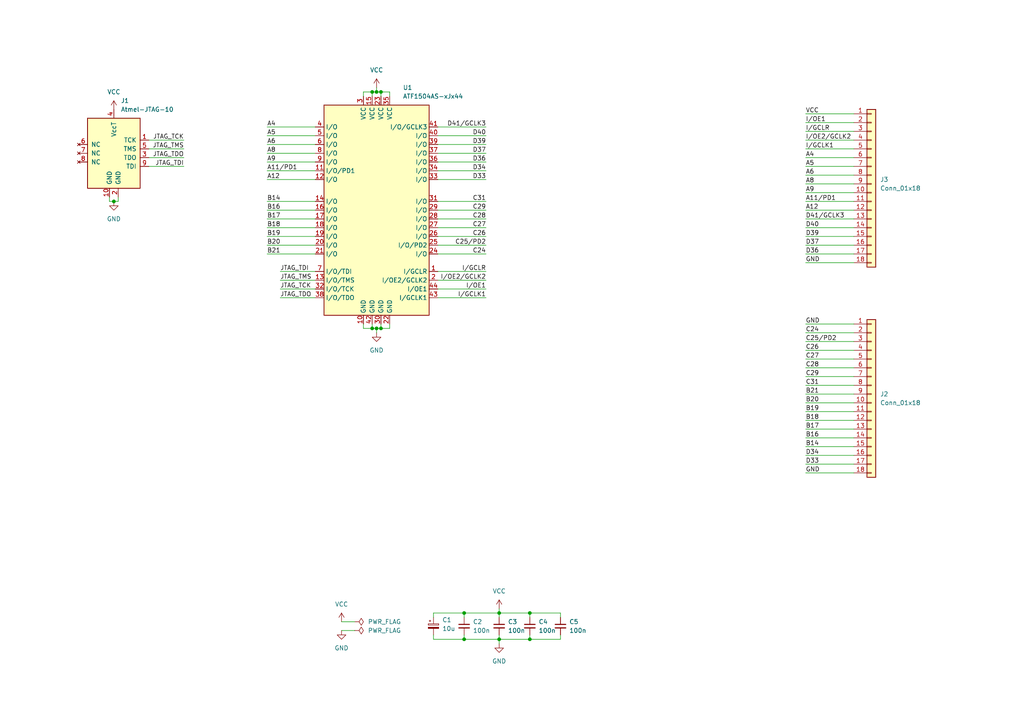
<source format=kicad_sch>
(kicad_sch
	(version 20231120)
	(generator "eeschema")
	(generator_version "8.0")
	(uuid "6cb077be-5651-4b6c-b052-aeed9bdaeb71")
	(paper "A4")
	(title_block
		(title "ATF15XX PLCC44 Breakout")
		(date "2025-03-22")
	)
	(lib_symbols
		(symbol "Connector_Generic:Conn_01x18"
			(pin_names
				(offset 1.016) hide)
			(exclude_from_sim no)
			(in_bom yes)
			(on_board yes)
			(property "Reference" "J"
				(at 0 22.86 0)
				(effects
					(font
						(size 1.27 1.27)
					)
				)
			)
			(property "Value" "Conn_01x18"
				(at 0 -25.4 0)
				(effects
					(font
						(size 1.27 1.27)
					)
				)
			)
			(property "Footprint" ""
				(at 0 0 0)
				(effects
					(font
						(size 1.27 1.27)
					)
					(hide yes)
				)
			)
			(property "Datasheet" "~"
				(at 0 0 0)
				(effects
					(font
						(size 1.27 1.27)
					)
					(hide yes)
				)
			)
			(property "Description" "Generic connector, single row, 01x18, script generated (kicad-library-utils/schlib/autogen/connector/)"
				(at 0 0 0)
				(effects
					(font
						(size 1.27 1.27)
					)
					(hide yes)
				)
			)
			(property "ki_keywords" "connector"
				(at 0 0 0)
				(effects
					(font
						(size 1.27 1.27)
					)
					(hide yes)
				)
			)
			(property "ki_fp_filters" "Connector*:*_1x??_*"
				(at 0 0 0)
				(effects
					(font
						(size 1.27 1.27)
					)
					(hide yes)
				)
			)
			(symbol "Conn_01x18_1_1"
				(rectangle
					(start -1.27 -22.733)
					(end 0 -22.987)
					(stroke
						(width 0.1524)
						(type default)
					)
					(fill
						(type none)
					)
				)
				(rectangle
					(start -1.27 -20.193)
					(end 0 -20.447)
					(stroke
						(width 0.1524)
						(type default)
					)
					(fill
						(type none)
					)
				)
				(rectangle
					(start -1.27 -17.653)
					(end 0 -17.907)
					(stroke
						(width 0.1524)
						(type default)
					)
					(fill
						(type none)
					)
				)
				(rectangle
					(start -1.27 -15.113)
					(end 0 -15.367)
					(stroke
						(width 0.1524)
						(type default)
					)
					(fill
						(type none)
					)
				)
				(rectangle
					(start -1.27 -12.573)
					(end 0 -12.827)
					(stroke
						(width 0.1524)
						(type default)
					)
					(fill
						(type none)
					)
				)
				(rectangle
					(start -1.27 -10.033)
					(end 0 -10.287)
					(stroke
						(width 0.1524)
						(type default)
					)
					(fill
						(type none)
					)
				)
				(rectangle
					(start -1.27 -7.493)
					(end 0 -7.747)
					(stroke
						(width 0.1524)
						(type default)
					)
					(fill
						(type none)
					)
				)
				(rectangle
					(start -1.27 -4.953)
					(end 0 -5.207)
					(stroke
						(width 0.1524)
						(type default)
					)
					(fill
						(type none)
					)
				)
				(rectangle
					(start -1.27 -2.413)
					(end 0 -2.667)
					(stroke
						(width 0.1524)
						(type default)
					)
					(fill
						(type none)
					)
				)
				(rectangle
					(start -1.27 0.127)
					(end 0 -0.127)
					(stroke
						(width 0.1524)
						(type default)
					)
					(fill
						(type none)
					)
				)
				(rectangle
					(start -1.27 2.667)
					(end 0 2.413)
					(stroke
						(width 0.1524)
						(type default)
					)
					(fill
						(type none)
					)
				)
				(rectangle
					(start -1.27 5.207)
					(end 0 4.953)
					(stroke
						(width 0.1524)
						(type default)
					)
					(fill
						(type none)
					)
				)
				(rectangle
					(start -1.27 7.747)
					(end 0 7.493)
					(stroke
						(width 0.1524)
						(type default)
					)
					(fill
						(type none)
					)
				)
				(rectangle
					(start -1.27 10.287)
					(end 0 10.033)
					(stroke
						(width 0.1524)
						(type default)
					)
					(fill
						(type none)
					)
				)
				(rectangle
					(start -1.27 12.827)
					(end 0 12.573)
					(stroke
						(width 0.1524)
						(type default)
					)
					(fill
						(type none)
					)
				)
				(rectangle
					(start -1.27 15.367)
					(end 0 15.113)
					(stroke
						(width 0.1524)
						(type default)
					)
					(fill
						(type none)
					)
				)
				(rectangle
					(start -1.27 17.907)
					(end 0 17.653)
					(stroke
						(width 0.1524)
						(type default)
					)
					(fill
						(type none)
					)
				)
				(rectangle
					(start -1.27 20.447)
					(end 0 20.193)
					(stroke
						(width 0.1524)
						(type default)
					)
					(fill
						(type none)
					)
				)
				(rectangle
					(start -1.27 21.59)
					(end 1.27 -24.13)
					(stroke
						(width 0.254)
						(type default)
					)
					(fill
						(type background)
					)
				)
				(pin passive line
					(at -5.08 20.32 0)
					(length 3.81)
					(name "Pin_1"
						(effects
							(font
								(size 1.27 1.27)
							)
						)
					)
					(number "1"
						(effects
							(font
								(size 1.27 1.27)
							)
						)
					)
				)
				(pin passive line
					(at -5.08 -2.54 0)
					(length 3.81)
					(name "Pin_10"
						(effects
							(font
								(size 1.27 1.27)
							)
						)
					)
					(number "10"
						(effects
							(font
								(size 1.27 1.27)
							)
						)
					)
				)
				(pin passive line
					(at -5.08 -5.08 0)
					(length 3.81)
					(name "Pin_11"
						(effects
							(font
								(size 1.27 1.27)
							)
						)
					)
					(number "11"
						(effects
							(font
								(size 1.27 1.27)
							)
						)
					)
				)
				(pin passive line
					(at -5.08 -7.62 0)
					(length 3.81)
					(name "Pin_12"
						(effects
							(font
								(size 1.27 1.27)
							)
						)
					)
					(number "12"
						(effects
							(font
								(size 1.27 1.27)
							)
						)
					)
				)
				(pin passive line
					(at -5.08 -10.16 0)
					(length 3.81)
					(name "Pin_13"
						(effects
							(font
								(size 1.27 1.27)
							)
						)
					)
					(number "13"
						(effects
							(font
								(size 1.27 1.27)
							)
						)
					)
				)
				(pin passive line
					(at -5.08 -12.7 0)
					(length 3.81)
					(name "Pin_14"
						(effects
							(font
								(size 1.27 1.27)
							)
						)
					)
					(number "14"
						(effects
							(font
								(size 1.27 1.27)
							)
						)
					)
				)
				(pin passive line
					(at -5.08 -15.24 0)
					(length 3.81)
					(name "Pin_15"
						(effects
							(font
								(size 1.27 1.27)
							)
						)
					)
					(number "15"
						(effects
							(font
								(size 1.27 1.27)
							)
						)
					)
				)
				(pin passive line
					(at -5.08 -17.78 0)
					(length 3.81)
					(name "Pin_16"
						(effects
							(font
								(size 1.27 1.27)
							)
						)
					)
					(number "16"
						(effects
							(font
								(size 1.27 1.27)
							)
						)
					)
				)
				(pin passive line
					(at -5.08 -20.32 0)
					(length 3.81)
					(name "Pin_17"
						(effects
							(font
								(size 1.27 1.27)
							)
						)
					)
					(number "17"
						(effects
							(font
								(size 1.27 1.27)
							)
						)
					)
				)
				(pin passive line
					(at -5.08 -22.86 0)
					(length 3.81)
					(name "Pin_18"
						(effects
							(font
								(size 1.27 1.27)
							)
						)
					)
					(number "18"
						(effects
							(font
								(size 1.27 1.27)
							)
						)
					)
				)
				(pin passive line
					(at -5.08 17.78 0)
					(length 3.81)
					(name "Pin_2"
						(effects
							(font
								(size 1.27 1.27)
							)
						)
					)
					(number "2"
						(effects
							(font
								(size 1.27 1.27)
							)
						)
					)
				)
				(pin passive line
					(at -5.08 15.24 0)
					(length 3.81)
					(name "Pin_3"
						(effects
							(font
								(size 1.27 1.27)
							)
						)
					)
					(number "3"
						(effects
							(font
								(size 1.27 1.27)
							)
						)
					)
				)
				(pin passive line
					(at -5.08 12.7 0)
					(length 3.81)
					(name "Pin_4"
						(effects
							(font
								(size 1.27 1.27)
							)
						)
					)
					(number "4"
						(effects
							(font
								(size 1.27 1.27)
							)
						)
					)
				)
				(pin passive line
					(at -5.08 10.16 0)
					(length 3.81)
					(name "Pin_5"
						(effects
							(font
								(size 1.27 1.27)
							)
						)
					)
					(number "5"
						(effects
							(font
								(size 1.27 1.27)
							)
						)
					)
				)
				(pin passive line
					(at -5.08 7.62 0)
					(length 3.81)
					(name "Pin_6"
						(effects
							(font
								(size 1.27 1.27)
							)
						)
					)
					(number "6"
						(effects
							(font
								(size 1.27 1.27)
							)
						)
					)
				)
				(pin passive line
					(at -5.08 5.08 0)
					(length 3.81)
					(name "Pin_7"
						(effects
							(font
								(size 1.27 1.27)
							)
						)
					)
					(number "7"
						(effects
							(font
								(size 1.27 1.27)
							)
						)
					)
				)
				(pin passive line
					(at -5.08 2.54 0)
					(length 3.81)
					(name "Pin_8"
						(effects
							(font
								(size 1.27 1.27)
							)
						)
					)
					(number "8"
						(effects
							(font
								(size 1.27 1.27)
							)
						)
					)
				)
				(pin passive line
					(at -5.08 0 0)
					(length 3.81)
					(name "Pin_9"
						(effects
							(font
								(size 1.27 1.27)
							)
						)
					)
					(number "9"
						(effects
							(font
								(size 1.27 1.27)
							)
						)
					)
				)
			)
		)
		(symbol "Device:C_Polarized_Small"
			(pin_numbers hide)
			(pin_names
				(offset 0.254) hide)
			(exclude_from_sim no)
			(in_bom yes)
			(on_board yes)
			(property "Reference" "C"
				(at 0.254 1.778 0)
				(effects
					(font
						(size 1.27 1.27)
					)
					(justify left)
				)
			)
			(property "Value" "C_Polarized_Small"
				(at 0.254 -2.032 0)
				(effects
					(font
						(size 1.27 1.27)
					)
					(justify left)
				)
			)
			(property "Footprint" ""
				(at 0 0 0)
				(effects
					(font
						(size 1.27 1.27)
					)
					(hide yes)
				)
			)
			(property "Datasheet" "~"
				(at 0 0 0)
				(effects
					(font
						(size 1.27 1.27)
					)
					(hide yes)
				)
			)
			(property "Description" "Polarized capacitor, small symbol"
				(at 0 0 0)
				(effects
					(font
						(size 1.27 1.27)
					)
					(hide yes)
				)
			)
			(property "ki_keywords" "cap capacitor"
				(at 0 0 0)
				(effects
					(font
						(size 1.27 1.27)
					)
					(hide yes)
				)
			)
			(property "ki_fp_filters" "CP_*"
				(at 0 0 0)
				(effects
					(font
						(size 1.27 1.27)
					)
					(hide yes)
				)
			)
			(symbol "C_Polarized_Small_0_1"
				(rectangle
					(start -1.524 -0.3048)
					(end 1.524 -0.6858)
					(stroke
						(width 0)
						(type default)
					)
					(fill
						(type outline)
					)
				)
				(rectangle
					(start -1.524 0.6858)
					(end 1.524 0.3048)
					(stroke
						(width 0)
						(type default)
					)
					(fill
						(type none)
					)
				)
				(polyline
					(pts
						(xy -1.27 1.524) (xy -0.762 1.524)
					)
					(stroke
						(width 0)
						(type default)
					)
					(fill
						(type none)
					)
				)
				(polyline
					(pts
						(xy -1.016 1.27) (xy -1.016 1.778)
					)
					(stroke
						(width 0)
						(type default)
					)
					(fill
						(type none)
					)
				)
			)
			(symbol "C_Polarized_Small_1_1"
				(pin passive line
					(at 0 2.54 270)
					(length 1.8542)
					(name "~"
						(effects
							(font
								(size 1.27 1.27)
							)
						)
					)
					(number "1"
						(effects
							(font
								(size 1.27 1.27)
							)
						)
					)
				)
				(pin passive line
					(at 0 -2.54 90)
					(length 1.8542)
					(name "~"
						(effects
							(font
								(size 1.27 1.27)
							)
						)
					)
					(number "2"
						(effects
							(font
								(size 1.27 1.27)
							)
						)
					)
				)
			)
		)
		(symbol "Device:C_Small"
			(pin_numbers hide)
			(pin_names
				(offset 0.254) hide)
			(exclude_from_sim no)
			(in_bom yes)
			(on_board yes)
			(property "Reference" "C"
				(at 0.254 1.778 0)
				(effects
					(font
						(size 1.27 1.27)
					)
					(justify left)
				)
			)
			(property "Value" "C_Small"
				(at 0.254 -2.032 0)
				(effects
					(font
						(size 1.27 1.27)
					)
					(justify left)
				)
			)
			(property "Footprint" ""
				(at 0 0 0)
				(effects
					(font
						(size 1.27 1.27)
					)
					(hide yes)
				)
			)
			(property "Datasheet" "~"
				(at 0 0 0)
				(effects
					(font
						(size 1.27 1.27)
					)
					(hide yes)
				)
			)
			(property "Description" "Unpolarized capacitor, small symbol"
				(at 0 0 0)
				(effects
					(font
						(size 1.27 1.27)
					)
					(hide yes)
				)
			)
			(property "ki_keywords" "capacitor cap"
				(at 0 0 0)
				(effects
					(font
						(size 1.27 1.27)
					)
					(hide yes)
				)
			)
			(property "ki_fp_filters" "C_*"
				(at 0 0 0)
				(effects
					(font
						(size 1.27 1.27)
					)
					(hide yes)
				)
			)
			(symbol "C_Small_0_1"
				(polyline
					(pts
						(xy -1.524 -0.508) (xy 1.524 -0.508)
					)
					(stroke
						(width 0.3302)
						(type default)
					)
					(fill
						(type none)
					)
				)
				(polyline
					(pts
						(xy -1.524 0.508) (xy 1.524 0.508)
					)
					(stroke
						(width 0.3048)
						(type default)
					)
					(fill
						(type none)
					)
				)
			)
			(symbol "C_Small_1_1"
				(pin passive line
					(at 0 2.54 270)
					(length 2.032)
					(name "~"
						(effects
							(font
								(size 1.27 1.27)
							)
						)
					)
					(number "1"
						(effects
							(font
								(size 1.27 1.27)
							)
						)
					)
				)
				(pin passive line
					(at 0 -2.54 90)
					(length 2.032)
					(name "~"
						(effects
							(font
								(size 1.27 1.27)
							)
						)
					)
					(number "2"
						(effects
							(font
								(size 1.27 1.27)
							)
						)
					)
				)
			)
		)
		(symbol "atf1504_plcc44_breakout:ATF1504AS-xJx44"
			(exclude_from_sim no)
			(in_bom yes)
			(on_board yes)
			(property "Reference" "U?"
				(at 7.62 27.94 0)
				(effects
					(font
						(size 1.27 1.27)
					)
					(justify left)
				)
			)
			(property "Value" "ATF1504AS-xJx44"
				(at 7.62 25.4 0)
				(effects
					(font
						(size 1.27 1.27)
					)
					(justify left)
				)
			)
			(property "Footprint" "Package_LCC:PLCC-44_THT-Socket"
				(at 0 36.83 0)
				(effects
					(font
						(size 1.27 1.27)
					)
					(hide yes)
				)
			)
			(property "Datasheet" "http://ww1.microchip.com/downloads/en/DeviceDoc/Atmel-0995-CPLD-ATF1502AS(L)-Datasheet.pdf"
				(at 0 36.83 0)
				(effects
					(font
						(size 1.27 1.27)
					)
					(hide yes)
				)
			)
			(property "Description" "Microchip CPLD, 64 Macrocell, 5 V, PLCC-44"
				(at 0 0 0)
				(effects
					(font
						(size 1.27 1.27)
					)
					(hide yes)
				)
			)
			(property "ki_keywords" "CPLD"
				(at 0 0 0)
				(effects
					(font
						(size 1.27 1.27)
					)
					(hide yes)
				)
			)
			(property "ki_fp_filters" "TQFP*10x10mm*P0.8mm*"
				(at 0 0 0)
				(effects
					(font
						(size 1.27 1.27)
					)
					(hide yes)
				)
			)
			(symbol "ATF1504AS-xJx44_0_1"
				(rectangle
					(start -15.24 22.86)
					(end 15.24 -38.1)
					(stroke
						(width 0.254)
						(type default)
					)
					(fill
						(type background)
					)
				)
			)
			(symbol "ATF1504AS-xJx44_1_1"
				(pin input line
					(at 17.78 -25.4 180)
					(length 2.54)
					(name "I/GCLR"
						(effects
							(font
								(size 1.27 1.27)
							)
						)
					)
					(number "1"
						(effects
							(font
								(size 1.27 1.27)
							)
						)
					)
				)
				(pin power_in line
					(at -3.81 -40.64 90)
					(length 2.54)
					(name "GND"
						(effects
							(font
								(size 1.27 1.27)
							)
						)
					)
					(number "10"
						(effects
							(font
								(size 1.27 1.27)
							)
						)
					)
				)
				(pin bidirectional line
					(at -17.78 3.81 0)
					(length 2.54)
					(name "I/O/PD1"
						(effects
							(font
								(size 1.27 1.27)
							)
						)
					)
					(number "11"
						(effects
							(font
								(size 1.27 1.27)
							)
						)
					)
				)
				(pin bidirectional line
					(at -17.78 1.27 0)
					(length 2.54)
					(name "I/O"
						(effects
							(font
								(size 1.27 1.27)
							)
						)
					)
					(number "12"
						(effects
							(font
								(size 1.27 1.27)
							)
						)
					)
				)
				(pin bidirectional line
					(at -17.78 -27.94 0)
					(length 2.54)
					(name "I/O/TMS"
						(effects
							(font
								(size 1.27 1.27)
							)
						)
					)
					(number "13"
						(effects
							(font
								(size 1.27 1.27)
							)
						)
					)
				)
				(pin bidirectional line
					(at -17.78 -5.08 0)
					(length 2.54)
					(name "I/O"
						(effects
							(font
								(size 1.27 1.27)
							)
						)
					)
					(number "14"
						(effects
							(font
								(size 1.27 1.27)
							)
						)
					)
				)
				(pin power_in line
					(at -1.27 25.4 270)
					(length 2.54)
					(name "VCC"
						(effects
							(font
								(size 1.27 1.27)
							)
						)
					)
					(number "15"
						(effects
							(font
								(size 1.27 1.27)
							)
						)
					)
				)
				(pin bidirectional line
					(at -17.78 -7.62 0)
					(length 2.54)
					(name "I/O"
						(effects
							(font
								(size 1.27 1.27)
							)
						)
					)
					(number "16"
						(effects
							(font
								(size 1.27 1.27)
							)
						)
					)
				)
				(pin bidirectional line
					(at -17.78 -10.16 0)
					(length 2.54)
					(name "I/O"
						(effects
							(font
								(size 1.27 1.27)
							)
						)
					)
					(number "17"
						(effects
							(font
								(size 1.27 1.27)
							)
						)
					)
				)
				(pin bidirectional line
					(at -17.78 -12.7 0)
					(length 2.54)
					(name "I/O"
						(effects
							(font
								(size 1.27 1.27)
							)
						)
					)
					(number "18"
						(effects
							(font
								(size 1.27 1.27)
							)
						)
					)
				)
				(pin bidirectional line
					(at -17.78 -15.24 0)
					(length 2.54)
					(name "I/O"
						(effects
							(font
								(size 1.27 1.27)
							)
						)
					)
					(number "19"
						(effects
							(font
								(size 1.27 1.27)
							)
						)
					)
				)
				(pin input line
					(at 17.78 -27.94 180)
					(length 2.54)
					(name "I/OE2/GCLK2"
						(effects
							(font
								(size 1.27 1.27)
							)
						)
					)
					(number "2"
						(effects
							(font
								(size 1.27 1.27)
							)
						)
					)
				)
				(pin bidirectional line
					(at -17.78 -17.78 0)
					(length 2.54)
					(name "I/O"
						(effects
							(font
								(size 1.27 1.27)
							)
						)
					)
					(number "20"
						(effects
							(font
								(size 1.27 1.27)
							)
						)
					)
				)
				(pin bidirectional line
					(at -17.78 -20.32 0)
					(length 2.54)
					(name "I/O"
						(effects
							(font
								(size 1.27 1.27)
							)
						)
					)
					(number "21"
						(effects
							(font
								(size 1.27 1.27)
							)
						)
					)
				)
				(pin power_in line
					(at 3.81 -40.64 90)
					(length 2.54)
					(name "GND"
						(effects
							(font
								(size 1.27 1.27)
							)
						)
					)
					(number "22"
						(effects
							(font
								(size 1.27 1.27)
							)
						)
					)
				)
				(pin power_in line
					(at 1.27 25.4 270)
					(length 2.54)
					(name "VCC"
						(effects
							(font
								(size 1.27 1.27)
							)
						)
					)
					(number "23"
						(effects
							(font
								(size 1.27 1.27)
							)
						)
					)
				)
				(pin bidirectional line
					(at 17.78 -20.32 180)
					(length 2.54)
					(name "I/O"
						(effects
							(font
								(size 1.27 1.27)
							)
						)
					)
					(number "24"
						(effects
							(font
								(size 1.27 1.27)
							)
						)
					)
				)
				(pin bidirectional line
					(at 17.78 -17.78 180)
					(length 2.54)
					(name "I/O/PD2"
						(effects
							(font
								(size 1.27 1.27)
							)
						)
					)
					(number "25"
						(effects
							(font
								(size 1.27 1.27)
							)
						)
					)
				)
				(pin bidirectional line
					(at 17.78 -15.24 180)
					(length 2.54)
					(name "I/O"
						(effects
							(font
								(size 1.27 1.27)
							)
						)
					)
					(number "26"
						(effects
							(font
								(size 1.27 1.27)
							)
						)
					)
				)
				(pin bidirectional line
					(at 17.78 -12.7 180)
					(length 2.54)
					(name "I/O"
						(effects
							(font
								(size 1.27 1.27)
							)
						)
					)
					(number "27"
						(effects
							(font
								(size 1.27 1.27)
							)
						)
					)
				)
				(pin bidirectional line
					(at 17.78 -10.16 180)
					(length 2.54)
					(name "I/O"
						(effects
							(font
								(size 1.27 1.27)
							)
						)
					)
					(number "28"
						(effects
							(font
								(size 1.27 1.27)
							)
						)
					)
				)
				(pin bidirectional line
					(at 17.78 -7.62 180)
					(length 2.54)
					(name "I/O"
						(effects
							(font
								(size 1.27 1.27)
							)
						)
					)
					(number "29"
						(effects
							(font
								(size 1.27 1.27)
							)
						)
					)
				)
				(pin power_in line
					(at -3.81 25.4 270)
					(length 2.54)
					(name "VCC"
						(effects
							(font
								(size 1.27 1.27)
							)
						)
					)
					(number "3"
						(effects
							(font
								(size 1.27 1.27)
							)
						)
					)
				)
				(pin power_in line
					(at 1.27 -40.64 90)
					(length 2.54)
					(name "GND"
						(effects
							(font
								(size 1.27 1.27)
							)
						)
					)
					(number "30"
						(effects
							(font
								(size 1.27 1.27)
							)
						)
					)
				)
				(pin bidirectional line
					(at 17.78 -5.08 180)
					(length 2.54)
					(name "I/O"
						(effects
							(font
								(size 1.27 1.27)
							)
						)
					)
					(number "31"
						(effects
							(font
								(size 1.27 1.27)
							)
						)
					)
				)
				(pin bidirectional line
					(at -17.78 -30.48 0)
					(length 2.54)
					(name "I/O/TCK"
						(effects
							(font
								(size 1.27 1.27)
							)
						)
					)
					(number "32"
						(effects
							(font
								(size 1.27 1.27)
							)
						)
					)
				)
				(pin bidirectional line
					(at 17.78 1.27 180)
					(length 2.54)
					(name "I/O"
						(effects
							(font
								(size 1.27 1.27)
							)
						)
					)
					(number "33"
						(effects
							(font
								(size 1.27 1.27)
							)
						)
					)
				)
				(pin bidirectional line
					(at 17.78 3.81 180)
					(length 2.54)
					(name "I/O"
						(effects
							(font
								(size 1.27 1.27)
							)
						)
					)
					(number "34"
						(effects
							(font
								(size 1.27 1.27)
							)
						)
					)
				)
				(pin power_in line
					(at 3.81 25.4 270)
					(length 2.54)
					(name "VCC"
						(effects
							(font
								(size 1.27 1.27)
							)
						)
					)
					(number "35"
						(effects
							(font
								(size 1.27 1.27)
							)
						)
					)
				)
				(pin bidirectional line
					(at 17.78 6.35 180)
					(length 2.54)
					(name "I/O"
						(effects
							(font
								(size 1.27 1.27)
							)
						)
					)
					(number "36"
						(effects
							(font
								(size 1.27 1.27)
							)
						)
					)
				)
				(pin bidirectional line
					(at 17.78 8.89 180)
					(length 2.54)
					(name "I/O"
						(effects
							(font
								(size 1.27 1.27)
							)
						)
					)
					(number "37"
						(effects
							(font
								(size 1.27 1.27)
							)
						)
					)
				)
				(pin bidirectional line
					(at -17.78 -33.02 0)
					(length 2.54)
					(name "I/O/TDO"
						(effects
							(font
								(size 1.27 1.27)
							)
						)
					)
					(number "38"
						(effects
							(font
								(size 1.27 1.27)
							)
						)
					)
				)
				(pin bidirectional line
					(at 17.78 11.43 180)
					(length 2.54)
					(name "I/O"
						(effects
							(font
								(size 1.27 1.27)
							)
						)
					)
					(number "39"
						(effects
							(font
								(size 1.27 1.27)
							)
						)
					)
				)
				(pin bidirectional line
					(at -17.78 16.51 0)
					(length 2.54)
					(name "I/O"
						(effects
							(font
								(size 1.27 1.27)
							)
						)
					)
					(number "4"
						(effects
							(font
								(size 1.27 1.27)
							)
						)
					)
				)
				(pin bidirectional line
					(at 17.78 13.97 180)
					(length 2.54)
					(name "I/O"
						(effects
							(font
								(size 1.27 1.27)
							)
						)
					)
					(number "40"
						(effects
							(font
								(size 1.27 1.27)
							)
						)
					)
				)
				(pin bidirectional line
					(at 17.78 16.51 180)
					(length 2.54)
					(name "I/O/GCLK3"
						(effects
							(font
								(size 1.27 1.27)
							)
						)
					)
					(number "41"
						(effects
							(font
								(size 1.27 1.27)
							)
						)
					)
				)
				(pin power_in line
					(at -1.27 -40.64 90)
					(length 2.54)
					(name "GND"
						(effects
							(font
								(size 1.27 1.27)
							)
						)
					)
					(number "42"
						(effects
							(font
								(size 1.27 1.27)
							)
						)
					)
				)
				(pin input line
					(at 17.78 -33.02 180)
					(length 2.54)
					(name "I/GCLK1"
						(effects
							(font
								(size 1.27 1.27)
							)
						)
					)
					(number "43"
						(effects
							(font
								(size 1.27 1.27)
							)
						)
					)
				)
				(pin input line
					(at 17.78 -30.48 180)
					(length 2.54)
					(name "I/OE1"
						(effects
							(font
								(size 1.27 1.27)
							)
						)
					)
					(number "44"
						(effects
							(font
								(size 1.27 1.27)
							)
						)
					)
				)
				(pin bidirectional line
					(at -17.78 13.97 0)
					(length 2.54)
					(name "I/O"
						(effects
							(font
								(size 1.27 1.27)
							)
						)
					)
					(number "5"
						(effects
							(font
								(size 1.27 1.27)
							)
						)
					)
				)
				(pin bidirectional line
					(at -17.78 11.43 0)
					(length 2.54)
					(name "I/O"
						(effects
							(font
								(size 1.27 1.27)
							)
						)
					)
					(number "6"
						(effects
							(font
								(size 1.27 1.27)
							)
						)
					)
				)
				(pin bidirectional line
					(at -17.78 -25.4 0)
					(length 2.54)
					(name "I/O/TDI"
						(effects
							(font
								(size 1.27 1.27)
							)
						)
					)
					(number "7"
						(effects
							(font
								(size 1.27 1.27)
							)
						)
					)
				)
				(pin bidirectional line
					(at -17.78 8.89 0)
					(length 2.54)
					(name "I/O"
						(effects
							(font
								(size 1.27 1.27)
							)
						)
					)
					(number "8"
						(effects
							(font
								(size 1.27 1.27)
							)
						)
					)
				)
				(pin bidirectional line
					(at -17.78 6.35 0)
					(length 2.54)
					(name "I/O"
						(effects
							(font
								(size 1.27 1.27)
							)
						)
					)
					(number "9"
						(effects
							(font
								(size 1.27 1.27)
							)
						)
					)
				)
			)
		)
		(symbol "atf1504_plcc44_breakout:Atmel-JTAG-10"
			(pin_names
				(offset 1.016)
			)
			(exclude_from_sim no)
			(in_bom yes)
			(on_board yes)
			(property "Reference" "J"
				(at -7.62 11.43 0)
				(effects
					(font
						(size 1.27 1.27)
					)
					(justify left)
				)
			)
			(property "Value" "Atmel-JTAG-10"
				(at 2.54 11.43 0)
				(effects
					(font
						(size 1.27 1.27)
					)
					(justify left)
				)
			)
			(property "Footprint" "Connector_IDC:IDC-Header_2x05_P2.54mm_Vertical"
				(at -1.27 2.54 90)
				(effects
					(font
						(size 1.27 1.27)
					)
					(hide yes)
				)
			)
			(property "Datasheet" " ~"
				(at -32.385 -13.97 0)
				(effects
					(font
						(size 1.27 1.27)
					)
					(hide yes)
				)
			)
			(property "Description" "Atmel 10-pin JTAG connector"
				(at 0 0 0)
				(effects
					(font
						(size 1.27 1.27)
					)
					(hide yes)
				)
			)
			(property "ki_keywords" "ATF JTAG Connector"
				(at 0 0 0)
				(effects
					(font
						(size 1.27 1.27)
					)
					(hide yes)
				)
			)
			(property "ki_fp_filters" "IDC?Header*2x05* Pin?Header*2x05*"
				(at 0 0 0)
				(effects
					(font
						(size 1.27 1.27)
					)
					(hide yes)
				)
			)
			(symbol "Atmel-JTAG-10_0_1"
				(rectangle
					(start -7.62 10.16)
					(end 7.62 -10.16)
					(stroke
						(width 0.254)
						(type default)
					)
					(fill
						(type background)
					)
				)
			)
			(symbol "Atmel-JTAG-10_1_1"
				(pin output line
					(at 10.16 3.81 180)
					(length 2.54)
					(name "TCK"
						(effects
							(font
								(size 1.27 1.27)
							)
						)
					)
					(number "1"
						(effects
							(font
								(size 1.27 1.27)
							)
						)
					)
				)
				(pin power_in line
					(at -1.27 -12.7 90)
					(length 2.54)
					(name "GND"
						(effects
							(font
								(size 1.27 1.27)
							)
						)
					)
					(number "10"
						(effects
							(font
								(size 1.27 1.27)
							)
						)
					)
				)
				(pin passive line
					(at 1.27 -12.7 90)
					(length 2.54)
					(name "GND"
						(effects
							(font
								(size 1.27 1.27)
							)
						)
					)
					(number "2"
						(effects
							(font
								(size 1.27 1.27)
							)
						)
					)
				)
				(pin input line
					(at 10.16 -1.27 180)
					(length 2.54)
					(name "TDO"
						(effects
							(font
								(size 1.27 1.27)
							)
						)
					)
					(number "3"
						(effects
							(font
								(size 1.27 1.27)
							)
						)
					)
				)
				(pin power_in line
					(at 0 12.7 270)
					(length 2.54)
					(name "VccT"
						(effects
							(font
								(size 1.27 1.27)
							)
						)
					)
					(number "4"
						(effects
							(font
								(size 1.27 1.27)
							)
						)
					)
				)
				(pin output line
					(at 10.16 1.27 180)
					(length 2.54)
					(name "TMS"
						(effects
							(font
								(size 1.27 1.27)
							)
						)
					)
					(number "5"
						(effects
							(font
								(size 1.27 1.27)
							)
						)
					)
				)
				(pin no_connect line
					(at -10.16 2.54 0)
					(length 2.54)
					(name "NC"
						(effects
							(font
								(size 1.27 1.27)
							)
						)
					)
					(number "6"
						(effects
							(font
								(size 1.27 1.27)
							)
						)
					)
				)
				(pin no_connect line
					(at -10.16 0 0)
					(length 2.54)
					(name "NC"
						(effects
							(font
								(size 1.27 1.27)
							)
						)
					)
					(number "7"
						(effects
							(font
								(size 1.27 1.27)
							)
						)
					)
				)
				(pin no_connect line
					(at -10.16 -2.54 0)
					(length 2.54)
					(name "NC"
						(effects
							(font
								(size 1.27 1.27)
							)
						)
					)
					(number "8"
						(effects
							(font
								(size 1.27 1.27)
							)
						)
					)
				)
				(pin output line
					(at 10.16 -3.81 180)
					(length 2.54)
					(name "TDI"
						(effects
							(font
								(size 1.27 1.27)
							)
						)
					)
					(number "9"
						(effects
							(font
								(size 1.27 1.27)
							)
						)
					)
				)
			)
		)
		(symbol "power:GND"
			(power)
			(pin_names
				(offset 0)
			)
			(exclude_from_sim no)
			(in_bom yes)
			(on_board yes)
			(property "Reference" "#PWR"
				(at 0 -6.35 0)
				(effects
					(font
						(size 1.27 1.27)
					)
					(hide yes)
				)
			)
			(property "Value" "GND"
				(at 0 -3.81 0)
				(effects
					(font
						(size 1.27 1.27)
					)
				)
			)
			(property "Footprint" ""
				(at 0 0 0)
				(effects
					(font
						(size 1.27 1.27)
					)
					(hide yes)
				)
			)
			(property "Datasheet" ""
				(at 0 0 0)
				(effects
					(font
						(size 1.27 1.27)
					)
					(hide yes)
				)
			)
			(property "Description" "Power symbol creates a global label with name \"GND\" , ground"
				(at 0 0 0)
				(effects
					(font
						(size 1.27 1.27)
					)
					(hide yes)
				)
			)
			(property "ki_keywords" "global power"
				(at 0 0 0)
				(effects
					(font
						(size 1.27 1.27)
					)
					(hide yes)
				)
			)
			(symbol "GND_0_1"
				(polyline
					(pts
						(xy 0 0) (xy 0 -1.27) (xy 1.27 -1.27) (xy 0 -2.54) (xy -1.27 -1.27) (xy 0 -1.27)
					)
					(stroke
						(width 0)
						(type default)
					)
					(fill
						(type none)
					)
				)
			)
			(symbol "GND_1_1"
				(pin power_in line
					(at 0 0 270)
					(length 0) hide
					(name "GND"
						(effects
							(font
								(size 1.27 1.27)
							)
						)
					)
					(number "1"
						(effects
							(font
								(size 1.27 1.27)
							)
						)
					)
				)
			)
		)
		(symbol "power:PWR_FLAG"
			(power)
			(pin_numbers hide)
			(pin_names
				(offset 0) hide)
			(exclude_from_sim no)
			(in_bom yes)
			(on_board yes)
			(property "Reference" "#FLG"
				(at 0 1.905 0)
				(effects
					(font
						(size 1.27 1.27)
					)
					(hide yes)
				)
			)
			(property "Value" "PWR_FLAG"
				(at 0 3.81 0)
				(effects
					(font
						(size 1.27 1.27)
					)
				)
			)
			(property "Footprint" ""
				(at 0 0 0)
				(effects
					(font
						(size 1.27 1.27)
					)
					(hide yes)
				)
			)
			(property "Datasheet" "~"
				(at 0 0 0)
				(effects
					(font
						(size 1.27 1.27)
					)
					(hide yes)
				)
			)
			(property "Description" "Special symbol for telling ERC where power comes from"
				(at 0 0 0)
				(effects
					(font
						(size 1.27 1.27)
					)
					(hide yes)
				)
			)
			(property "ki_keywords" "flag power"
				(at 0 0 0)
				(effects
					(font
						(size 1.27 1.27)
					)
					(hide yes)
				)
			)
			(symbol "PWR_FLAG_0_0"
				(pin power_out line
					(at 0 0 90)
					(length 0)
					(name "pwr"
						(effects
							(font
								(size 1.27 1.27)
							)
						)
					)
					(number "1"
						(effects
							(font
								(size 1.27 1.27)
							)
						)
					)
				)
			)
			(symbol "PWR_FLAG_0_1"
				(polyline
					(pts
						(xy 0 0) (xy 0 1.27) (xy -1.016 1.905) (xy 0 2.54) (xy 1.016 1.905) (xy 0 1.27)
					)
					(stroke
						(width 0)
						(type default)
					)
					(fill
						(type none)
					)
				)
			)
		)
		(symbol "power:VCC"
			(power)
			(pin_names
				(offset 0)
			)
			(exclude_from_sim no)
			(in_bom yes)
			(on_board yes)
			(property "Reference" "#PWR"
				(at 0 -3.81 0)
				(effects
					(font
						(size 1.27 1.27)
					)
					(hide yes)
				)
			)
			(property "Value" "VCC"
				(at 0 3.81 0)
				(effects
					(font
						(size 1.27 1.27)
					)
				)
			)
			(property "Footprint" ""
				(at 0 0 0)
				(effects
					(font
						(size 1.27 1.27)
					)
					(hide yes)
				)
			)
			(property "Datasheet" ""
				(at 0 0 0)
				(effects
					(font
						(size 1.27 1.27)
					)
					(hide yes)
				)
			)
			(property "Description" "Power symbol creates a global label with name \"VCC\""
				(at 0 0 0)
				(effects
					(font
						(size 1.27 1.27)
					)
					(hide yes)
				)
			)
			(property "ki_keywords" "global power"
				(at 0 0 0)
				(effects
					(font
						(size 1.27 1.27)
					)
					(hide yes)
				)
			)
			(symbol "VCC_0_1"
				(polyline
					(pts
						(xy -0.762 1.27) (xy 0 2.54)
					)
					(stroke
						(width 0)
						(type default)
					)
					(fill
						(type none)
					)
				)
				(polyline
					(pts
						(xy 0 0) (xy 0 2.54)
					)
					(stroke
						(width 0)
						(type default)
					)
					(fill
						(type none)
					)
				)
				(polyline
					(pts
						(xy 0 2.54) (xy 0.762 1.27)
					)
					(stroke
						(width 0)
						(type default)
					)
					(fill
						(type none)
					)
				)
			)
			(symbol "VCC_1_1"
				(pin power_in line
					(at 0 0 90)
					(length 0) hide
					(name "VCC"
						(effects
							(font
								(size 1.27 1.27)
							)
						)
					)
					(number "1"
						(effects
							(font
								(size 1.27 1.27)
							)
						)
					)
				)
			)
		)
	)
	(junction
		(at 144.78 177.8)
		(diameter 0)
		(color 0 0 0 0)
		(uuid "13171f89-52e1-4c85-9f9b-2d5f88d0171e")
	)
	(junction
		(at 107.95 95.25)
		(diameter 0)
		(color 0 0 0 0)
		(uuid "2b9707b6-96c1-451d-9a24-beaca44d8f69")
	)
	(junction
		(at 107.95 26.67)
		(diameter 0)
		(color 0 0 0 0)
		(uuid "3ee03587-89cc-4194-af5d-758f281101bb")
	)
	(junction
		(at 33.02 58.42)
		(diameter 0)
		(color 0 0 0 0)
		(uuid "50819b2d-f45a-4af2-95e5-87a65ea55967")
	)
	(junction
		(at 110.49 95.25)
		(diameter 0)
		(color 0 0 0 0)
		(uuid "656aeebd-e125-4165-9a9e-ff858d6741ee")
	)
	(junction
		(at 134.62 185.42)
		(diameter 0)
		(color 0 0 0 0)
		(uuid "7a50de3a-0a50-4cbb-9894-77e25c5321b1")
	)
	(junction
		(at 153.67 177.8)
		(diameter 0)
		(color 0 0 0 0)
		(uuid "9eaa6f2b-9da1-497b-983a-d544de32033f")
	)
	(junction
		(at 109.22 26.67)
		(diameter 0)
		(color 0 0 0 0)
		(uuid "aaca1d35-7b47-46bc-8951-8edcc0cadb73")
	)
	(junction
		(at 153.67 185.42)
		(diameter 0)
		(color 0 0 0 0)
		(uuid "bed6b436-7aaa-48cc-a472-d7b7e54013a2")
	)
	(junction
		(at 144.78 185.42)
		(diameter 0)
		(color 0 0 0 0)
		(uuid "c7ae6379-a97f-4776-a089-8ac3746db0dc")
	)
	(junction
		(at 109.22 95.25)
		(diameter 0)
		(color 0 0 0 0)
		(uuid "d09f163a-3340-4274-a169-e450f11a0d5b")
	)
	(junction
		(at 110.49 26.67)
		(diameter 0)
		(color 0 0 0 0)
		(uuid "daa7a038-5199-4547-a8ac-9fa61e2db2df")
	)
	(junction
		(at 134.62 177.8)
		(diameter 0)
		(color 0 0 0 0)
		(uuid "faf8dad2-2deb-4d88-b907-d9bcd6b3fffa")
	)
	(wire
		(pts
			(xy 109.22 95.25) (xy 109.22 96.52)
		)
		(stroke
			(width 0)
			(type default)
		)
		(uuid "00c0b965-d72f-4db2-8d62-bacb5843e990")
	)
	(wire
		(pts
			(xy 153.67 177.8) (xy 162.56 177.8)
		)
		(stroke
			(width 0)
			(type default)
		)
		(uuid "0505d889-4377-4c1b-a9e9-2bff6d10f181")
	)
	(wire
		(pts
			(xy 140.97 46.99) (xy 127 46.99)
		)
		(stroke
			(width 0)
			(type default)
		)
		(uuid "06c09a4c-116d-4674-8acb-17fe0731683d")
	)
	(wire
		(pts
			(xy 140.97 36.83) (xy 127 36.83)
		)
		(stroke
			(width 0)
			(type default)
		)
		(uuid "073bba04-58c1-463c-97ef-8e59e33b3270")
	)
	(wire
		(pts
			(xy 134.62 177.8) (xy 134.62 179.07)
		)
		(stroke
			(width 0)
			(type default)
		)
		(uuid "09cd6d17-a576-4410-8632-c37a35e253a9")
	)
	(wire
		(pts
			(xy 77.47 39.37) (xy 91.44 39.37)
		)
		(stroke
			(width 0)
			(type default)
		)
		(uuid "121bef9e-f2a6-4852-bdd6-e22fba601e4f")
	)
	(wire
		(pts
			(xy 77.47 41.91) (xy 91.44 41.91)
		)
		(stroke
			(width 0)
			(type default)
		)
		(uuid "12300dcc-60d4-477b-9c5e-142ad6f98dee")
	)
	(wire
		(pts
			(xy 91.44 86.36) (xy 81.28 86.36)
		)
		(stroke
			(width 0)
			(type default)
		)
		(uuid "123821e9-b513-491f-b64c-62151fe91c23")
	)
	(wire
		(pts
			(xy 153.67 177.8) (xy 153.67 179.07)
		)
		(stroke
			(width 0)
			(type default)
		)
		(uuid "1599d79b-9b85-4826-9df1-24d74361d181")
	)
	(wire
		(pts
			(xy 43.18 43.18) (xy 53.34 43.18)
		)
		(stroke
			(width 0)
			(type default)
		)
		(uuid "19ce3f55-e1a6-44e6-9d15-999727f435ce")
	)
	(wire
		(pts
			(xy 99.06 182.88) (xy 102.87 182.88)
		)
		(stroke
			(width 0)
			(type default)
		)
		(uuid "1da23731-8e7a-42ee-b5d5-ad73e3f14486")
	)
	(wire
		(pts
			(xy 140.97 44.45) (xy 127 44.45)
		)
		(stroke
			(width 0)
			(type default)
		)
		(uuid "1f9dd0f6-e340-44cb-a219-d8ea8ffc3801")
	)
	(wire
		(pts
			(xy 144.78 177.8) (xy 153.67 177.8)
		)
		(stroke
			(width 0)
			(type default)
		)
		(uuid "200f8aeb-d8cb-45b2-8ec7-7c8121f66262")
	)
	(wire
		(pts
			(xy 233.68 116.84) (xy 247.65 116.84)
		)
		(stroke
			(width 0)
			(type default)
		)
		(uuid "217b9b0e-6732-45ba-bea4-b3688b4dad5d")
	)
	(wire
		(pts
			(xy 140.97 58.42) (xy 127 58.42)
		)
		(stroke
			(width 0)
			(type default)
		)
		(uuid "242938c5-19b6-421a-bd88-2dbbacbda5ba")
	)
	(wire
		(pts
			(xy 43.18 48.26) (xy 53.34 48.26)
		)
		(stroke
			(width 0)
			(type default)
		)
		(uuid "2827a9b0-15c4-48c1-adb9-f53ea091d902")
	)
	(wire
		(pts
			(xy 233.68 48.26) (xy 247.65 48.26)
		)
		(stroke
			(width 0)
			(type default)
		)
		(uuid "2a0e80dc-72f0-4db9-b6cb-7d99de5afdfc")
	)
	(wire
		(pts
			(xy 91.44 81.28) (xy 81.28 81.28)
		)
		(stroke
			(width 0)
			(type default)
		)
		(uuid "31e7348f-24ac-466b-b28d-10a4e01a0600")
	)
	(wire
		(pts
			(xy 109.22 95.25) (xy 107.95 95.25)
		)
		(stroke
			(width 0)
			(type default)
		)
		(uuid "32f630a7-527d-40a9-953c-bce4d7f1b4a2")
	)
	(wire
		(pts
			(xy 77.47 63.5) (xy 91.44 63.5)
		)
		(stroke
			(width 0)
			(type default)
		)
		(uuid "3336c437-fa21-4aa7-9203-0d9848437ade")
	)
	(wire
		(pts
			(xy 233.68 66.04) (xy 247.65 66.04)
		)
		(stroke
			(width 0)
			(type default)
		)
		(uuid "338e2eb6-8929-4c2d-8599-fa28e45f8a1f")
	)
	(wire
		(pts
			(xy 77.47 66.04) (xy 91.44 66.04)
		)
		(stroke
			(width 0)
			(type default)
		)
		(uuid "37221f3c-267e-4839-9a02-47803fd3ce73")
	)
	(wire
		(pts
			(xy 134.62 177.8) (xy 125.73 177.8)
		)
		(stroke
			(width 0)
			(type default)
		)
		(uuid "372ea08b-41cf-4823-b804-e13359690401")
	)
	(wire
		(pts
			(xy 233.68 134.62) (xy 247.65 134.62)
		)
		(stroke
			(width 0)
			(type default)
		)
		(uuid "3beed98b-193e-4c1f-83a7-ab9fc2ecbc91")
	)
	(wire
		(pts
			(xy 109.22 25.4) (xy 109.22 26.67)
		)
		(stroke
			(width 0)
			(type default)
		)
		(uuid "4118dc41-4759-454b-ad3c-4f835bf51b0b")
	)
	(wire
		(pts
			(xy 153.67 185.42) (xy 153.67 184.15)
		)
		(stroke
			(width 0)
			(type default)
		)
		(uuid "42115157-da7a-472d-a82f-16d2d9013782")
	)
	(wire
		(pts
			(xy 162.56 185.42) (xy 162.56 184.15)
		)
		(stroke
			(width 0)
			(type default)
		)
		(uuid "49be4e81-904c-46e2-b6c0-1b8ce63f7abb")
	)
	(wire
		(pts
			(xy 233.68 35.56) (xy 247.65 35.56)
		)
		(stroke
			(width 0)
			(type default)
		)
		(uuid "4ade4e13-63f5-498f-aedb-d047665b75fd")
	)
	(wire
		(pts
			(xy 140.97 78.74) (xy 127 78.74)
		)
		(stroke
			(width 0)
			(type default)
		)
		(uuid "4c3c0c40-e7df-4c71-879c-2878acdc1fbc")
	)
	(wire
		(pts
			(xy 33.02 58.42) (xy 34.29 58.42)
		)
		(stroke
			(width 0)
			(type default)
		)
		(uuid "4cd79749-47e5-4bf4-a9d5-8da0263bc5d3")
	)
	(wire
		(pts
			(xy 43.18 45.72) (xy 53.34 45.72)
		)
		(stroke
			(width 0)
			(type default)
		)
		(uuid "5485f7bd-87c6-4fa3-a8be-f7860d067ef4")
	)
	(wire
		(pts
			(xy 140.97 49.53) (xy 127 49.53)
		)
		(stroke
			(width 0)
			(type default)
		)
		(uuid "56b20de5-74c9-4638-bcb1-ceb1ae1b46d2")
	)
	(wire
		(pts
			(xy 233.68 55.88) (xy 247.65 55.88)
		)
		(stroke
			(width 0)
			(type default)
		)
		(uuid "5741eb71-f936-4de7-ade2-b3b86ebe5818")
	)
	(wire
		(pts
			(xy 233.68 119.38) (xy 247.65 119.38)
		)
		(stroke
			(width 0)
			(type default)
		)
		(uuid "59222b2f-cd07-4df7-9528-c87c0dd660a5")
	)
	(wire
		(pts
			(xy 233.68 132.08) (xy 247.65 132.08)
		)
		(stroke
			(width 0)
			(type default)
		)
		(uuid "5ba287fb-91c8-4312-8053-76fe9d6952d6")
	)
	(wire
		(pts
			(xy 107.95 93.98) (xy 107.95 95.25)
		)
		(stroke
			(width 0)
			(type default)
		)
		(uuid "5f4fb6fb-a011-4a26-8745-4e1aff1d708a")
	)
	(wire
		(pts
			(xy 153.67 185.42) (xy 162.56 185.42)
		)
		(stroke
			(width 0)
			(type default)
		)
		(uuid "61309792-29c5-4752-b6b7-7e0e7410256b")
	)
	(wire
		(pts
			(xy 77.47 60.96) (xy 91.44 60.96)
		)
		(stroke
			(width 0)
			(type default)
		)
		(uuid "61504dd0-cbc0-4a21-93c1-a51c460562f3")
	)
	(wire
		(pts
			(xy 144.78 185.42) (xy 144.78 186.69)
		)
		(stroke
			(width 0)
			(type default)
		)
		(uuid "6365c6ee-1e55-43c1-857f-df7e36512138")
	)
	(wire
		(pts
			(xy 233.68 106.68) (xy 247.65 106.68)
		)
		(stroke
			(width 0)
			(type default)
		)
		(uuid "6745bf52-07d1-49eb-bf73-c3616ba03deb")
	)
	(wire
		(pts
			(xy 233.68 124.46) (xy 247.65 124.46)
		)
		(stroke
			(width 0)
			(type default)
		)
		(uuid "674b4110-7e6a-46c3-9291-67c8ef5cca70")
	)
	(wire
		(pts
			(xy 144.78 185.42) (xy 144.78 184.15)
		)
		(stroke
			(width 0)
			(type default)
		)
		(uuid "6771926f-556e-4fe6-a071-07e9fe2c6751")
	)
	(wire
		(pts
			(xy 233.68 137.16) (xy 247.65 137.16)
		)
		(stroke
			(width 0)
			(type default)
		)
		(uuid "683c1483-fd55-47f0-8739-13b0af03f1ed")
	)
	(wire
		(pts
			(xy 31.75 58.42) (xy 31.75 57.15)
		)
		(stroke
			(width 0)
			(type default)
		)
		(uuid "69d82723-d4d4-4eca-9862-df35cd12aa22")
	)
	(wire
		(pts
			(xy 233.68 99.06) (xy 247.65 99.06)
		)
		(stroke
			(width 0)
			(type default)
		)
		(uuid "69fb8c43-6f86-44a6-9bd2-d6a2fb501846")
	)
	(wire
		(pts
			(xy 233.68 129.54) (xy 247.65 129.54)
		)
		(stroke
			(width 0)
			(type default)
		)
		(uuid "6dc689aa-19f8-4c6b-840b-f2b9b07ee9ee")
	)
	(wire
		(pts
			(xy 110.49 95.25) (xy 109.22 95.25)
		)
		(stroke
			(width 0)
			(type default)
		)
		(uuid "6e20070e-d68c-4f15-9c9f-ed4c2a6b397c")
	)
	(wire
		(pts
			(xy 140.97 86.36) (xy 127 86.36)
		)
		(stroke
			(width 0)
			(type default)
		)
		(uuid "6f1ba70f-3307-4c84-be9c-0eee54a300da")
	)
	(wire
		(pts
			(xy 233.68 109.22) (xy 247.65 109.22)
		)
		(stroke
			(width 0)
			(type default)
		)
		(uuid "740dd95a-abbb-485a-8075-de32c7f806e6")
	)
	(wire
		(pts
			(xy 107.95 27.94) (xy 107.95 26.67)
		)
		(stroke
			(width 0)
			(type default)
		)
		(uuid "76579500-5387-4597-ab48-d024b35cc429")
	)
	(wire
		(pts
			(xy 77.47 71.12) (xy 91.44 71.12)
		)
		(stroke
			(width 0)
			(type default)
		)
		(uuid "781eb3a3-82af-468c-a551-770370482f54")
	)
	(wire
		(pts
			(xy 107.95 26.67) (xy 109.22 26.67)
		)
		(stroke
			(width 0)
			(type default)
		)
		(uuid "7d8b0ca1-50c7-4666-b69f-e4dcd17c8247")
	)
	(wire
		(pts
			(xy 110.49 26.67) (xy 110.49 27.94)
		)
		(stroke
			(width 0)
			(type default)
		)
		(uuid "7e5da0c0-d1e8-4944-89bc-c6d82c5167b4")
	)
	(wire
		(pts
			(xy 233.68 60.96) (xy 247.65 60.96)
		)
		(stroke
			(width 0)
			(type default)
		)
		(uuid "832e884a-0002-4a07-a506-e1a83388a827")
	)
	(wire
		(pts
			(xy 113.03 93.98) (xy 113.03 95.25)
		)
		(stroke
			(width 0)
			(type default)
		)
		(uuid "89b9e088-226f-4e30-81fb-33c1fd7b34b4")
	)
	(wire
		(pts
			(xy 140.97 60.96) (xy 127 60.96)
		)
		(stroke
			(width 0)
			(type default)
		)
		(uuid "89c92b5b-8ffa-42f7-ab47-ad91e174ef1e")
	)
	(wire
		(pts
			(xy 91.44 78.74) (xy 81.28 78.74)
		)
		(stroke
			(width 0)
			(type default)
		)
		(uuid "8aaf3982-32bc-4ff5-9108-109d84f9d373")
	)
	(wire
		(pts
			(xy 34.29 58.42) (xy 34.29 57.15)
		)
		(stroke
			(width 0)
			(type default)
		)
		(uuid "8ac3380a-351a-4a14-be4c-2d918dcaaab3")
	)
	(wire
		(pts
			(xy 233.68 45.72) (xy 247.65 45.72)
		)
		(stroke
			(width 0)
			(type default)
		)
		(uuid "8b979ea1-0849-4abb-bbe5-52a5d646eb73")
	)
	(wire
		(pts
			(xy 140.97 52.07) (xy 127 52.07)
		)
		(stroke
			(width 0)
			(type default)
		)
		(uuid "918a59e2-fc52-4ff7-aa01-774e4215c99e")
	)
	(wire
		(pts
			(xy 125.73 177.8) (xy 125.73 179.07)
		)
		(stroke
			(width 0)
			(type default)
		)
		(uuid "918bc8fe-8cc8-4838-b293-f1b8587727ef")
	)
	(wire
		(pts
			(xy 233.68 121.92) (xy 247.65 121.92)
		)
		(stroke
			(width 0)
			(type default)
		)
		(uuid "94d2b350-bf7c-4122-98c0-9e35d30c0cd3")
	)
	(wire
		(pts
			(xy 105.41 95.25) (xy 105.41 93.98)
		)
		(stroke
			(width 0)
			(type default)
		)
		(uuid "9651e806-5b23-4a81-beef-bf9244932bd3")
	)
	(wire
		(pts
			(xy 162.56 177.8) (xy 162.56 179.07)
		)
		(stroke
			(width 0)
			(type default)
		)
		(uuid "97114b51-a4dd-499e-bfe7-297cb92b0536")
	)
	(wire
		(pts
			(xy 233.68 50.8) (xy 247.65 50.8)
		)
		(stroke
			(width 0)
			(type default)
		)
		(uuid "99ac0244-8425-499f-bd29-a15277cf9f43")
	)
	(wire
		(pts
			(xy 105.41 27.94) (xy 105.41 26.67)
		)
		(stroke
			(width 0)
			(type default)
		)
		(uuid "9ff38a6e-4dfd-40ee-a178-50983ea1d546")
	)
	(wire
		(pts
			(xy 113.03 26.67) (xy 113.03 27.94)
		)
		(stroke
			(width 0)
			(type default)
		)
		(uuid "a0e50b3a-0b8b-401d-8b22-0caf3e0b395e")
	)
	(wire
		(pts
			(xy 233.68 71.12) (xy 247.65 71.12)
		)
		(stroke
			(width 0)
			(type default)
		)
		(uuid "a5dca69e-7ee6-4b9f-b26c-f1ddf19d423d")
	)
	(wire
		(pts
			(xy 77.47 52.07) (xy 91.44 52.07)
		)
		(stroke
			(width 0)
			(type default)
		)
		(uuid "ab365c29-c86c-4d9d-9c0c-efdf78be5101")
	)
	(wire
		(pts
			(xy 77.47 46.99) (xy 91.44 46.99)
		)
		(stroke
			(width 0)
			(type default)
		)
		(uuid "abef486a-b1e1-4f8e-8b2a-4d9edde6c2f8")
	)
	(wire
		(pts
			(xy 43.18 40.64) (xy 53.34 40.64)
		)
		(stroke
			(width 0)
			(type default)
		)
		(uuid "ac68ec31-faf6-41c6-bab9-f78ecd877b07")
	)
	(wire
		(pts
			(xy 233.68 96.52) (xy 247.65 96.52)
		)
		(stroke
			(width 0)
			(type default)
		)
		(uuid "afa8cd4c-6f9e-4c6e-b718-6c8c59248065")
	)
	(wire
		(pts
			(xy 77.47 68.58) (xy 91.44 68.58)
		)
		(stroke
			(width 0)
			(type default)
		)
		(uuid "b0d92be1-8dfe-4b27-aed4-70766060fab4")
	)
	(wire
		(pts
			(xy 233.68 101.6) (xy 247.65 101.6)
		)
		(stroke
			(width 0)
			(type default)
		)
		(uuid "b0ea663a-a65d-4e06-9019-33f6e030f471")
	)
	(wire
		(pts
			(xy 233.68 76.2) (xy 247.65 76.2)
		)
		(stroke
			(width 0)
			(type default)
		)
		(uuid "b31e3f0d-b3ec-4e2d-b705-bdb364034e0f")
	)
	(wire
		(pts
			(xy 105.41 26.67) (xy 107.95 26.67)
		)
		(stroke
			(width 0)
			(type default)
		)
		(uuid "b4e667ad-d319-4282-97e2-21be59ccb556")
	)
	(wire
		(pts
			(xy 233.68 58.42) (xy 247.65 58.42)
		)
		(stroke
			(width 0)
			(type default)
		)
		(uuid "b7965cb9-936d-463c-b008-0f0da866771c")
	)
	(wire
		(pts
			(xy 125.73 185.42) (xy 125.73 184.15)
		)
		(stroke
			(width 0)
			(type default)
		)
		(uuid "bac559f8-fbe2-4c5b-89c8-e6f121de7b29")
	)
	(wire
		(pts
			(xy 77.47 49.53) (xy 91.44 49.53)
		)
		(stroke
			(width 0)
			(type default)
		)
		(uuid "bafc3a55-7783-4668-a1ce-5d34e25cb99f")
	)
	(wire
		(pts
			(xy 140.97 71.12) (xy 127 71.12)
		)
		(stroke
			(width 0)
			(type default)
		)
		(uuid "bb94bdf5-7245-4a5a-9516-9e1479850125")
	)
	(wire
		(pts
			(xy 91.44 83.82) (xy 81.28 83.82)
		)
		(stroke
			(width 0)
			(type default)
		)
		(uuid "bdf7c026-281c-4a6e-8821-f6fb89365c35")
	)
	(wire
		(pts
			(xy 140.97 63.5) (xy 127 63.5)
		)
		(stroke
			(width 0)
			(type default)
		)
		(uuid "be1e6f16-7bdc-4f59-b090-0d289bbc5531")
	)
	(wire
		(pts
			(xy 77.47 44.45) (xy 91.44 44.45)
		)
		(stroke
			(width 0)
			(type default)
		)
		(uuid "bfb4b627-621e-4a73-9b45-9ba2674edbfb")
	)
	(wire
		(pts
			(xy 140.97 81.28) (xy 127 81.28)
		)
		(stroke
			(width 0)
			(type default)
		)
		(uuid "c0e81648-61b0-4bab-a32b-d0aab01c8ccb")
	)
	(wire
		(pts
			(xy 144.78 177.8) (xy 144.78 179.07)
		)
		(stroke
			(width 0)
			(type default)
		)
		(uuid "c1ff5879-f9a1-4050-92e4-529acd0645ce")
	)
	(wire
		(pts
			(xy 233.68 73.66) (xy 247.65 73.66)
		)
		(stroke
			(width 0)
			(type default)
		)
		(uuid "c2bac705-53e9-4fd6-bcb3-4e1f9115b087")
	)
	(wire
		(pts
			(xy 140.97 41.91) (xy 127 41.91)
		)
		(stroke
			(width 0)
			(type default)
		)
		(uuid "c30d8abe-6ff6-4b17-8fa5-2cbe2bae86ef")
	)
	(wire
		(pts
			(xy 144.78 177.8) (xy 134.62 177.8)
		)
		(stroke
			(width 0)
			(type default)
		)
		(uuid "c4366b55-aa93-4e3d-b93f-9ae5fd30e9cc")
	)
	(wire
		(pts
			(xy 99.06 180.34) (xy 102.87 180.34)
		)
		(stroke
			(width 0)
			(type default)
		)
		(uuid "c45d8b99-88d8-4942-8ceb-8b944131ca95")
	)
	(wire
		(pts
			(xy 140.97 83.82) (xy 127 83.82)
		)
		(stroke
			(width 0)
			(type default)
		)
		(uuid "c496e0d2-47fb-473b-ba52-fee3c3d52638")
	)
	(wire
		(pts
			(xy 233.68 43.18) (xy 247.65 43.18)
		)
		(stroke
			(width 0)
			(type default)
		)
		(uuid "c6836933-5468-4f30-9bdf-21948d8cb822")
	)
	(wire
		(pts
			(xy 233.68 40.64) (xy 247.65 40.64)
		)
		(stroke
			(width 0)
			(type default)
		)
		(uuid "c73529ca-1bf3-4c54-9cef-31bdc7929d1b")
	)
	(wire
		(pts
			(xy 140.97 73.66) (xy 127 73.66)
		)
		(stroke
			(width 0)
			(type default)
		)
		(uuid "c8b88171-b68f-4f68-81e7-27f48a1b933b")
	)
	(wire
		(pts
			(xy 233.68 114.3) (xy 247.65 114.3)
		)
		(stroke
			(width 0)
			(type default)
		)
		(uuid "ca00db59-faf5-428d-a8d5-bac3979b7d78")
	)
	(wire
		(pts
			(xy 233.68 93.98) (xy 247.65 93.98)
		)
		(stroke
			(width 0)
			(type default)
		)
		(uuid "ccdd06b6-ae17-454c-b9af-189595b1c915")
	)
	(wire
		(pts
			(xy 233.68 63.5) (xy 247.65 63.5)
		)
		(stroke
			(width 0)
			(type default)
		)
		(uuid "d0037d61-410d-4a3d-878e-087b24a4bf62")
	)
	(wire
		(pts
			(xy 110.49 93.98) (xy 110.49 95.25)
		)
		(stroke
			(width 0)
			(type default)
		)
		(uuid "d0699d73-6472-4159-ac08-42596d0191ac")
	)
	(wire
		(pts
			(xy 140.97 66.04) (xy 127 66.04)
		)
		(stroke
			(width 0)
			(type default)
		)
		(uuid "d348ffe4-594c-4e75-8d1a-d09a6cddfa44")
	)
	(wire
		(pts
			(xy 233.68 68.58) (xy 247.65 68.58)
		)
		(stroke
			(width 0)
			(type default)
		)
		(uuid "d3ca2402-5ebe-4e78-965d-84c49d85b4af")
	)
	(wire
		(pts
			(xy 134.62 185.42) (xy 134.62 184.15)
		)
		(stroke
			(width 0)
			(type default)
		)
		(uuid "d43284ee-8b05-40b2-894a-29089ea4cf10")
	)
	(wire
		(pts
			(xy 77.47 36.83) (xy 91.44 36.83)
		)
		(stroke
			(width 0)
			(type default)
		)
		(uuid "d53bbb0e-b214-4172-86ad-97110c9792f3")
	)
	(wire
		(pts
			(xy 144.78 185.42) (xy 153.67 185.42)
		)
		(stroke
			(width 0)
			(type default)
		)
		(uuid "d872d678-6cc3-415b-ae0f-e03efae1fa86")
	)
	(wire
		(pts
			(xy 233.68 38.1) (xy 247.65 38.1)
		)
		(stroke
			(width 0)
			(type default)
		)
		(uuid "da0b337c-e4e6-498f-a61e-d4b9971b6363")
	)
	(wire
		(pts
			(xy 113.03 95.25) (xy 110.49 95.25)
		)
		(stroke
			(width 0)
			(type default)
		)
		(uuid "dc93fa4f-f274-49b2-bcc3-3a0d353cd1a3")
	)
	(wire
		(pts
			(xy 125.73 185.42) (xy 134.62 185.42)
		)
		(stroke
			(width 0)
			(type default)
		)
		(uuid "dedb26df-6d27-4d55-a942-6780d773c1bf")
	)
	(wire
		(pts
			(xy 144.78 176.53) (xy 144.78 177.8)
		)
		(stroke
			(width 0)
			(type default)
		)
		(uuid "df24409f-5f07-4216-a697-f18b6eec4a19")
	)
	(wire
		(pts
			(xy 233.68 53.34) (xy 247.65 53.34)
		)
		(stroke
			(width 0)
			(type default)
		)
		(uuid "df946a68-f369-4ff1-83f0-f89ad6017df8")
	)
	(wire
		(pts
			(xy 233.68 33.02) (xy 247.65 33.02)
		)
		(stroke
			(width 0)
			(type default)
		)
		(uuid "e1f62639-671f-496f-8625-e9a682bb199b")
	)
	(wire
		(pts
			(xy 77.47 58.42) (xy 91.44 58.42)
		)
		(stroke
			(width 0)
			(type default)
		)
		(uuid "e3fbe538-878e-420e-8b00-893f577d538e")
	)
	(wire
		(pts
			(xy 140.97 39.37) (xy 127 39.37)
		)
		(stroke
			(width 0)
			(type default)
		)
		(uuid "e72fd25e-893b-479a-a723-2419f0ab9e2d")
	)
	(wire
		(pts
			(xy 233.68 111.76) (xy 247.65 111.76)
		)
		(stroke
			(width 0)
			(type default)
		)
		(uuid "e7c2871d-6d2f-42ab-9c39-2c27bd34a00e")
	)
	(wire
		(pts
			(xy 134.62 185.42) (xy 144.78 185.42)
		)
		(stroke
			(width 0)
			(type default)
		)
		(uuid "e8f5ad36-96e9-4880-8019-ea5f312cb3f4")
	)
	(wire
		(pts
			(xy 107.95 95.25) (xy 105.41 95.25)
		)
		(stroke
			(width 0)
			(type default)
		)
		(uuid "e91c55b5-800f-410a-bc0d-ada08d484ccd")
	)
	(wire
		(pts
			(xy 33.02 58.42) (xy 31.75 58.42)
		)
		(stroke
			(width 0)
			(type default)
		)
		(uuid "ea25dcb9-fcd1-41e1-a605-34adf4c67f1c")
	)
	(wire
		(pts
			(xy 77.47 73.66) (xy 91.44 73.66)
		)
		(stroke
			(width 0)
			(type default)
		)
		(uuid "ef988619-bb41-4734-9cba-7ceccc029e74")
	)
	(wire
		(pts
			(xy 109.22 26.67) (xy 110.49 26.67)
		)
		(stroke
			(width 0)
			(type default)
		)
		(uuid "f0548aa0-c6bb-4d0b-b4ba-582af894093b")
	)
	(wire
		(pts
			(xy 233.68 127) (xy 247.65 127)
		)
		(stroke
			(width 0)
			(type default)
		)
		(uuid "f2b21d5e-85f0-458a-bb68-695c774654f0")
	)
	(wire
		(pts
			(xy 233.68 104.14) (xy 247.65 104.14)
		)
		(stroke
			(width 0)
			(type default)
		)
		(uuid "f7078a3f-a1be-452b-a8e0-d5e5ac6524b1")
	)
	(wire
		(pts
			(xy 140.97 68.58) (xy 127 68.58)
		)
		(stroke
			(width 0)
			(type default)
		)
		(uuid "f8d55775-8364-4171-a4b3-5ed7ee082e8c")
	)
	(wire
		(pts
			(xy 110.49 26.67) (xy 113.03 26.67)
		)
		(stroke
			(width 0)
			(type default)
		)
		(uuid "fac5411c-63c2-4654-87db-2ba1ca917a80")
	)
	(label "B20"
		(at 77.47 71.12 0)
		(fields_autoplaced yes)
		(effects
			(font
				(size 1.27 1.27)
			)
			(justify left bottom)
		)
		(uuid "0191df05-88af-44a7-8ab9-d0fc40dab855")
	)
	(label "A8"
		(at 77.47 44.45 0)
		(fields_autoplaced yes)
		(effects
			(font
				(size 1.27 1.27)
			)
			(justify left bottom)
		)
		(uuid "07beb522-30e7-46d0-878a-0356bee082c9")
	)
	(label "C28"
		(at 140.97 63.5 180)
		(fields_autoplaced yes)
		(effects
			(font
				(size 1.27 1.27)
			)
			(justify right bottom)
		)
		(uuid "0a3688ba-9830-483d-b839-d71a7a095c35")
	)
	(label "B19"
		(at 77.47 68.58 0)
		(fields_autoplaced yes)
		(effects
			(font
				(size 1.27 1.27)
			)
			(justify left bottom)
		)
		(uuid "0ab0db43-6288-4c05-a20f-2c5f9303bdba")
	)
	(label "I{slash}GCLR"
		(at 233.68 38.1 0)
		(fields_autoplaced yes)
		(effects
			(font
				(size 1.27 1.27)
			)
			(justify left bottom)
		)
		(uuid "120d2a93-1b0c-44e8-9f9d-760ee0069edb")
	)
	(label "GND"
		(at 233.68 137.16 0)
		(fields_autoplaced yes)
		(effects
			(font
				(size 1.27 1.27)
			)
			(justify left bottom)
		)
		(uuid "1448cdcf-7a0f-40a2-a0a3-5f2a05db7b32")
	)
	(label "B17"
		(at 233.68 124.46 0)
		(fields_autoplaced yes)
		(effects
			(font
				(size 1.27 1.27)
			)
			(justify left bottom)
		)
		(uuid "160198f1-00f7-41b7-b930-5d002d3a98a3")
	)
	(label "D37"
		(at 140.97 44.45 180)
		(fields_autoplaced yes)
		(effects
			(font
				(size 1.27 1.27)
			)
			(justify right bottom)
		)
		(uuid "16e7a39b-7fa2-40ba-b54e-9f822432fbf3")
	)
	(label "JTAG_TCK"
		(at 81.28 83.82 0)
		(fields_autoplaced yes)
		(effects
			(font
				(size 1.27 1.27)
			)
			(justify left bottom)
		)
		(uuid "1d4faf04-27ef-49ed-8a7f-b7502f3ba874")
	)
	(label "JTAG_TDI"
		(at 81.28 78.74 0)
		(fields_autoplaced yes)
		(effects
			(font
				(size 1.27 1.27)
			)
			(justify left bottom)
		)
		(uuid "1e688bc7-bd52-448d-b1e4-298b1b08290a")
	)
	(label "C28"
		(at 233.68 106.68 0)
		(fields_autoplaced yes)
		(effects
			(font
				(size 1.27 1.27)
			)
			(justify left bottom)
		)
		(uuid "1eaf038d-1065-4311-8d59-347ed7c4a2a9")
	)
	(label "D39"
		(at 233.68 68.58 0)
		(fields_autoplaced yes)
		(effects
			(font
				(size 1.27 1.27)
			)
			(justify left bottom)
		)
		(uuid "20ae7545-66a3-4e30-8737-f25a1e0dd243")
	)
	(label "D34"
		(at 140.97 49.53 180)
		(fields_autoplaced yes)
		(effects
			(font
				(size 1.27 1.27)
			)
			(justify right bottom)
		)
		(uuid "2d5ee5d2-5bad-42a3-b042-7236a275ec36")
	)
	(label "C31"
		(at 233.68 111.76 0)
		(fields_autoplaced yes)
		(effects
			(font
				(size 1.27 1.27)
			)
			(justify left bottom)
		)
		(uuid "39892006-aed2-4807-ba0f-6c729a423055")
	)
	(label "C24"
		(at 140.97 73.66 180)
		(fields_autoplaced yes)
		(effects
			(font
				(size 1.27 1.27)
			)
			(justify right bottom)
		)
		(uuid "3b118c68-4516-4a69-81d4-0cc0c1e1fa8a")
	)
	(label "B21"
		(at 77.47 73.66 0)
		(fields_autoplaced yes)
		(effects
			(font
				(size 1.27 1.27)
			)
			(justify left bottom)
		)
		(uuid "3ffdf341-e8ed-49ef-ab2d-8e12bc411a85")
	)
	(label "D41{slash}GCLK3"
		(at 233.68 63.5 0)
		(fields_autoplaced yes)
		(effects
			(font
				(size 1.27 1.27)
			)
			(justify left bottom)
		)
		(uuid "4287a000-a567-4e74-9731-d56f60b6b866")
	)
	(label "C29"
		(at 233.68 109.22 0)
		(fields_autoplaced yes)
		(effects
			(font
				(size 1.27 1.27)
			)
			(justify left bottom)
		)
		(uuid "482fb2fa-988b-486d-b803-504e1a1eef62")
	)
	(label "A5"
		(at 77.47 39.37 0)
		(fields_autoplaced yes)
		(effects
			(font
				(size 1.27 1.27)
			)
			(justify left bottom)
		)
		(uuid "4c02f7aa-b1d7-4259-8b0a-79bbe85d45e3")
	)
	(label "I{slash}OE2{slash}GCLK2"
		(at 233.68 40.64 0)
		(fields_autoplaced yes)
		(effects
			(font
				(size 1.27 1.27)
			)
			(justify left bottom)
		)
		(uuid "4eaaa6b0-831f-4843-a928-f2b274215909")
	)
	(label "JTAG_TMS"
		(at 81.28 81.28 0)
		(fields_autoplaced yes)
		(effects
			(font
				(size 1.27 1.27)
			)
			(justify left bottom)
		)
		(uuid "51a004bc-97ee-4ca2-bbe8-d8b7090ba5cf")
	)
	(label "A4"
		(at 77.47 36.83 0)
		(fields_autoplaced yes)
		(effects
			(font
				(size 1.27 1.27)
			)
			(justify left bottom)
		)
		(uuid "566b7737-4550-4f73-8b10-d580cd956ef6")
	)
	(label "JTAG_TDI"
		(at 53.34 48.26 180)
		(fields_autoplaced yes)
		(effects
			(font
				(size 1.27 1.27)
			)
			(justify right bottom)
		)
		(uuid "5681fa80-2cdf-49bc-a378-f7e3fdee5479")
	)
	(label "I{slash}OE2{slash}GCLK2"
		(at 140.97 81.28 180)
		(fields_autoplaced yes)
		(effects
			(font
				(size 1.27 1.27)
			)
			(justify right bottom)
		)
		(uuid "57ad715d-d031-41a0-9341-7f13e6182ce3")
	)
	(label "C25{slash}PD2"
		(at 233.68 99.06 0)
		(fields_autoplaced yes)
		(effects
			(font
				(size 1.27 1.27)
			)
			(justify left bottom)
		)
		(uuid "598b3eaa-dbe7-4e19-8385-bd1fe94212a8")
	)
	(label "A12"
		(at 233.68 60.96 0)
		(fields_autoplaced yes)
		(effects
			(font
				(size 1.27 1.27)
			)
			(justify left bottom)
		)
		(uuid "59eeff78-860e-43ce-8d4f-7a321d28e304")
	)
	(label "I{slash}GCLK1"
		(at 233.68 43.18 0)
		(fields_autoplaced yes)
		(effects
			(font
				(size 1.27 1.27)
			)
			(justify left bottom)
		)
		(uuid "5a45275a-3d47-4558-acf8-e64638a04d5d")
	)
	(label "VCC"
		(at 233.68 33.02 0)
		(fields_autoplaced yes)
		(effects
			(font
				(size 1.27 1.27)
			)
			(justify left bottom)
		)
		(uuid "5cdd1018-45f2-4b58-89f7-88f3b25c9bf8")
	)
	(label "D40"
		(at 140.97 39.37 180)
		(fields_autoplaced yes)
		(effects
			(font
				(size 1.27 1.27)
			)
			(justify right bottom)
		)
		(uuid "5d13cb39-50b3-4862-8008-5b21e77dd464")
	)
	(label "A12"
		(at 77.47 52.07 0)
		(fields_autoplaced yes)
		(effects
			(font
				(size 1.27 1.27)
			)
			(justify left bottom)
		)
		(uuid "6424c579-91ca-4a64-ab3b-8dd835b0cc09")
	)
	(label "B14"
		(at 77.47 58.42 0)
		(fields_autoplaced yes)
		(effects
			(font
				(size 1.27 1.27)
			)
			(justify left bottom)
		)
		(uuid "698b1a0b-ea82-4bad-a1d0-935ac5d74a79")
	)
	(label "C31"
		(at 140.97 58.42 180)
		(fields_autoplaced yes)
		(effects
			(font
				(size 1.27 1.27)
			)
			(justify right bottom)
		)
		(uuid "69a1bfda-bf59-4664-8f07-329ae54f42ae")
	)
	(label "D37"
		(at 233.68 71.12 0)
		(fields_autoplaced yes)
		(effects
			(font
				(size 1.27 1.27)
			)
			(justify left bottom)
		)
		(uuid "6a9b50a6-d8ee-43e7-a8b3-aece85de4485")
	)
	(label "B16"
		(at 233.68 127 0)
		(fields_autoplaced yes)
		(effects
			(font
				(size 1.27 1.27)
			)
			(justify left bottom)
		)
		(uuid "6d6823d0-ee27-4733-9b5c-8ec02d80909c")
	)
	(label "GND"
		(at 233.68 76.2 0)
		(fields_autoplaced yes)
		(effects
			(font
				(size 1.27 1.27)
			)
			(justify left bottom)
		)
		(uuid "6f87125d-1fc3-4e89-9321-90395638cadd")
	)
	(label "I{slash}GCLR"
		(at 140.97 78.74 180)
		(fields_autoplaced yes)
		(effects
			(font
				(size 1.27 1.27)
			)
			(justify right bottom)
		)
		(uuid "79b99678-6a07-4e15-9b8e-a1ac40987ad3")
	)
	(label "D33"
		(at 140.97 52.07 180)
		(fields_autoplaced yes)
		(effects
			(font
				(size 1.27 1.27)
			)
			(justify right bottom)
		)
		(uuid "7ba60489-5dbb-49cc-9086-e559b5ad8fbf")
	)
	(label "A6"
		(at 233.68 50.8 0)
		(fields_autoplaced yes)
		(effects
			(font
				(size 1.27 1.27)
			)
			(justify left bottom)
		)
		(uuid "7c7edc29-f89b-49cf-97d0-a1f5c1bd5e52")
	)
	(label "C25{slash}PD2"
		(at 140.97 71.12 180)
		(fields_autoplaced yes)
		(effects
			(font
				(size 1.27 1.27)
			)
			(justify right bottom)
		)
		(uuid "7daa5ae2-5bd1-48d1-90a2-4c978a8a11a4")
	)
	(label "C26"
		(at 233.68 101.6 0)
		(fields_autoplaced yes)
		(effects
			(font
				(size 1.27 1.27)
			)
			(justify left bottom)
		)
		(uuid "82dfcd7c-178b-4284-8b7c-7821870d04fb")
	)
	(label "GND"
		(at 233.68 93.98 0)
		(fields_autoplaced yes)
		(effects
			(font
				(size 1.27 1.27)
			)
			(justify left bottom)
		)
		(uuid "86134d76-c3a5-4ef4-baec-d335e234b4af")
	)
	(label "B18"
		(at 233.68 121.92 0)
		(fields_autoplaced yes)
		(effects
			(font
				(size 1.27 1.27)
			)
			(justify left bottom)
		)
		(uuid "87069c57-b74e-4a3c-b5c6-9e61761fc581")
	)
	(label "B19"
		(at 233.68 119.38 0)
		(fields_autoplaced yes)
		(effects
			(font
				(size 1.27 1.27)
			)
			(justify left bottom)
		)
		(uuid "87791890-cc71-4fc4-a875-bea5ef9c1b46")
	)
	(label "JTAG_TDO"
		(at 53.34 45.72 180)
		(fields_autoplaced yes)
		(effects
			(font
				(size 1.27 1.27)
			)
			(justify right bottom)
		)
		(uuid "896f697f-82ea-49d7-9923-9e826a06bfcb")
	)
	(label "D33"
		(at 233.68 134.62 0)
		(fields_autoplaced yes)
		(effects
			(font
				(size 1.27 1.27)
			)
			(justify left bottom)
		)
		(uuid "8e0b1a4c-041a-4266-a8c8-219b841e7504")
	)
	(label "JTAG_TMS"
		(at 53.34 43.18 180)
		(fields_autoplaced yes)
		(effects
			(font
				(size 1.27 1.27)
			)
			(justify right bottom)
		)
		(uuid "8e0fae05-574c-4a5f-ae4f-0911eaeb20f1")
	)
	(label "D36"
		(at 140.97 46.99 180)
		(fields_autoplaced yes)
		(effects
			(font
				(size 1.27 1.27)
			)
			(justify right bottom)
		)
		(uuid "8f900209-4e7a-4f16-b3aa-ba8af3c129cf")
	)
	(label "I{slash}OE1"
		(at 140.97 83.82 180)
		(fields_autoplaced yes)
		(effects
			(font
				(size 1.27 1.27)
			)
			(justify right bottom)
		)
		(uuid "8fb9e251-6ecc-4bc2-872a-973a48eae27a")
	)
	(label "A11{slash}PD1"
		(at 233.68 58.42 0)
		(fields_autoplaced yes)
		(effects
			(font
				(size 1.27 1.27)
			)
			(justify left bottom)
		)
		(uuid "9bcba0cd-54d7-4a78-bd2c-8fe229cd77c3")
	)
	(label "A4"
		(at 233.68 45.72 0)
		(fields_autoplaced yes)
		(effects
			(font
				(size 1.27 1.27)
			)
			(justify left bottom)
		)
		(uuid "9f04d8f4-cf42-4114-b7f3-3b40dad6f5b8")
	)
	(label "D34"
		(at 233.68 132.08 0)
		(fields_autoplaced yes)
		(effects
			(font
				(size 1.27 1.27)
			)
			(justify left bottom)
		)
		(uuid "a19e2a28-c628-41a1-86ba-2ba2c0a7446d")
	)
	(label "A5"
		(at 233.68 48.26 0)
		(fields_autoplaced yes)
		(effects
			(font
				(size 1.27 1.27)
			)
			(justify left bottom)
		)
		(uuid "a711e24e-4266-4bdc-9fa7-0c966e0c3fac")
	)
	(label "JTAG_TDO"
		(at 81.28 86.36 0)
		(fields_autoplaced yes)
		(effects
			(font
				(size 1.27 1.27)
			)
			(justify left bottom)
		)
		(uuid "a9848875-b9b5-441e-86c9-b18e97bc8bc7")
	)
	(label "D36"
		(at 233.68 73.66 0)
		(fields_autoplaced yes)
		(effects
			(font
				(size 1.27 1.27)
			)
			(justify left bottom)
		)
		(uuid "acb7ba20-0c8b-43fd-8959-4efac5fb0e4d")
	)
	(label "D40"
		(at 233.68 66.04 0)
		(fields_autoplaced yes)
		(effects
			(font
				(size 1.27 1.27)
			)
			(justify left bottom)
		)
		(uuid "ad3272d7-eeef-4f96-b34b-8928afa9b8f7")
	)
	(label "JTAG_TCK"
		(at 53.34 40.64 180)
		(fields_autoplaced yes)
		(effects
			(font
				(size 1.27 1.27)
			)
			(justify right bottom)
		)
		(uuid "ae027120-d09d-4d5c-82d4-2ad260d01484")
	)
	(label "B16"
		(at 77.47 60.96 0)
		(fields_autoplaced yes)
		(effects
			(font
				(size 1.27 1.27)
			)
			(justify left bottom)
		)
		(uuid "b56f074b-6efe-4308-83a8-9ca0db55ca74")
	)
	(label "B21"
		(at 233.68 114.3 0)
		(fields_autoplaced yes)
		(effects
			(font
				(size 1.27 1.27)
			)
			(justify left bottom)
		)
		(uuid "bbc1a63a-fbe3-484c-8566-a087d2853bb7")
	)
	(label "C27"
		(at 233.68 104.14 0)
		(fields_autoplaced yes)
		(effects
			(font
				(size 1.27 1.27)
			)
			(justify left bottom)
		)
		(uuid "bbc91b5a-8ed2-4285-b1b1-772ced8deceb")
	)
	(label "D39"
		(at 140.97 41.91 180)
		(fields_autoplaced yes)
		(effects
			(font
				(size 1.27 1.27)
			)
			(justify right bottom)
		)
		(uuid "bcba1c1a-354e-4bc3-add1-a628bad65ba8")
	)
	(label "B18"
		(at 77.47 66.04 0)
		(fields_autoplaced yes)
		(effects
			(font
				(size 1.27 1.27)
			)
			(justify left bottom)
		)
		(uuid "c2d8d8c9-a143-4c76-8e87-c8bee37adf55")
	)
	(label "A6"
		(at 77.47 41.91 0)
		(fields_autoplaced yes)
		(effects
			(font
				(size 1.27 1.27)
			)
			(justify left bottom)
		)
		(uuid "d2fca8de-6d2d-4ded-b1d6-8c8e58dd21ed")
	)
	(label "D41{slash}GCLK3"
		(at 140.97 36.83 180)
		(fields_autoplaced yes)
		(effects
			(font
				(size 1.27 1.27)
			)
			(justify right bottom)
		)
		(uuid "d576dffe-b8d9-4d16-a0f3-a3fb424c27c3")
	)
	(label "C26"
		(at 140.97 68.58 180)
		(fields_autoplaced yes)
		(effects
			(font
				(size 1.27 1.27)
			)
			(justify right bottom)
		)
		(uuid "d5a272ab-7548-4fdc-acc4-475b1c8ea029")
	)
	(label "B14"
		(at 233.68 129.54 0)
		(fields_autoplaced yes)
		(effects
			(font
				(size 1.27 1.27)
			)
			(justify left bottom)
		)
		(uuid "d67832e4-5899-4139-9564-6e941a0fc247")
	)
	(label "C24"
		(at 233.68 96.52 0)
		(fields_autoplaced yes)
		(effects
			(font
				(size 1.27 1.27)
			)
			(justify left bottom)
		)
		(uuid "d96269d5-48ab-446d-ae84-f8a580804a1e")
	)
	(label "A11{slash}PD1"
		(at 77.47 49.53 0)
		(fields_autoplaced yes)
		(effects
			(font
				(size 1.27 1.27)
			)
			(justify left bottom)
		)
		(uuid "de141bc6-6740-45f7-a110-622f61cc9188")
	)
	(label "C29"
		(at 140.97 60.96 180)
		(fields_autoplaced yes)
		(effects
			(font
				(size 1.27 1.27)
			)
			(justify right bottom)
		)
		(uuid "e3c8f70a-3393-4e33-917c-7fb06e033360")
	)
	(label "B20"
		(at 233.68 116.84 0)
		(fields_autoplaced yes)
		(effects
			(font
				(size 1.27 1.27)
			)
			(justify left bottom)
		)
		(uuid "e680530c-2de7-4bca-a0e1-8772d7995676")
	)
	(label "A8"
		(at 233.68 53.34 0)
		(fields_autoplaced yes)
		(effects
			(font
				(size 1.27 1.27)
			)
			(justify left bottom)
		)
		(uuid "eb33e83f-fffe-400d-9a0c-b56b2d2de6f9")
	)
	(label "I{slash}OE1"
		(at 233.68 35.56 0)
		(fields_autoplaced yes)
		(effects
			(font
				(size 1.27 1.27)
			)
			(justify left bottom)
		)
		(uuid "ed883afb-9971-4b96-afb3-34eced3a05ba")
	)
	(label "I{slash}GCLK1"
		(at 140.97 86.36 180)
		(fields_autoplaced yes)
		(effects
			(font
				(size 1.27 1.27)
			)
			(justify right bottom)
		)
		(uuid "f34d3936-ff88-48e7-a997-6b62636a478a")
	)
	(label "A9"
		(at 77.47 46.99 0)
		(fields_autoplaced yes)
		(effects
			(font
				(size 1.27 1.27)
			)
			(justify left bottom)
		)
		(uuid "f5db6eb4-0757-451f-9ff2-7eb62968b116")
	)
	(label "A9"
		(at 233.68 55.88 0)
		(fields_autoplaced yes)
		(effects
			(font
				(size 1.27 1.27)
			)
			(justify left bottom)
		)
		(uuid "fb2427e8-fdd3-47e8-9a2c-d9287a159947")
	)
	(label "C27"
		(at 140.97 66.04 180)
		(fields_autoplaced yes)
		(effects
			(font
				(size 1.27 1.27)
			)
			(justify right bottom)
		)
		(uuid "fdd1b609-5014-467e-94be-39320f86b240")
	)
	(label "B17"
		(at 77.47 63.5 0)
		(fields_autoplaced yes)
		(effects
			(font
				(size 1.27 1.27)
			)
			(justify left bottom)
		)
		(uuid "fe7939c3-8384-47f1-a523-5ba15628c7c9")
	)
	(symbol
		(lib_id "power:VCC")
		(at 144.78 176.53 0)
		(unit 1)
		(exclude_from_sim no)
		(in_bom yes)
		(on_board yes)
		(dnp no)
		(fields_autoplaced yes)
		(uuid "12b4f738-9bb1-485f-a21a-8d94646ce516")
		(property "Reference" "#PWR05"
			(at 144.78 180.34 0)
			(effects
				(font
					(size 1.27 1.27)
				)
				(hide yes)
			)
		)
		(property "Value" "VCC"
			(at 144.78 171.45 0)
			(effects
				(font
					(size 1.27 1.27)
				)
			)
		)
		(property "Footprint" ""
			(at 144.78 176.53 0)
			(effects
				(font
					(size 1.27 1.27)
				)
				(hide yes)
			)
		)
		(property "Datasheet" ""
			(at 144.78 176.53 0)
			(effects
				(font
					(size 1.27 1.27)
				)
				(hide yes)
			)
		)
		(property "Description" ""
			(at 144.78 176.53 0)
			(effects
				(font
					(size 1.27 1.27)
				)
				(hide yes)
			)
		)
		(pin "1"
			(uuid "9032bc05-202e-4e79-a904-7301c4f60e32")
		)
		(instances
			(project "atf15xx_plcc44_breakout_board"
				(path "/6cb077be-5651-4b6c-b052-aeed9bdaeb71"
					(reference "#PWR05")
					(unit 1)
				)
			)
		)
	)
	(symbol
		(lib_id "power:VCC")
		(at 109.22 25.4 0)
		(unit 1)
		(exclude_from_sim no)
		(in_bom yes)
		(on_board yes)
		(dnp no)
		(fields_autoplaced yes)
		(uuid "1318b236-f823-4426-a1d4-d2bc691663b1")
		(property "Reference" "#PWR07"
			(at 109.22 29.21 0)
			(effects
				(font
					(size 1.27 1.27)
				)
				(hide yes)
			)
		)
		(property "Value" "VCC"
			(at 109.22 20.32 0)
			(effects
				(font
					(size 1.27 1.27)
				)
			)
		)
		(property "Footprint" ""
			(at 109.22 25.4 0)
			(effects
				(font
					(size 1.27 1.27)
				)
				(hide yes)
			)
		)
		(property "Datasheet" ""
			(at 109.22 25.4 0)
			(effects
				(font
					(size 1.27 1.27)
				)
				(hide yes)
			)
		)
		(property "Description" ""
			(at 109.22 25.4 0)
			(effects
				(font
					(size 1.27 1.27)
				)
				(hide yes)
			)
		)
		(pin "1"
			(uuid "891b8328-02ea-440d-8945-59f13ec844bf")
		)
		(instances
			(project "atf15xx_plcc44_breakout_board"
				(path "/6cb077be-5651-4b6c-b052-aeed9bdaeb71"
					(reference "#PWR07")
					(unit 1)
				)
			)
		)
	)
	(symbol
		(lib_id "power:VCC")
		(at 99.06 180.34 0)
		(unit 1)
		(exclude_from_sim no)
		(in_bom yes)
		(on_board yes)
		(dnp no)
		(fields_autoplaced yes)
		(uuid "1a13fd26-9189-49e6-bd3e-0278d6922a19")
		(property "Reference" "#PWR01"
			(at 99.06 184.15 0)
			(effects
				(font
					(size 1.27 1.27)
				)
				(hide yes)
			)
		)
		(property "Value" "VCC"
			(at 99.06 175.26 0)
			(effects
				(font
					(size 1.27 1.27)
				)
			)
		)
		(property "Footprint" ""
			(at 99.06 180.34 0)
			(effects
				(font
					(size 1.27 1.27)
				)
				(hide yes)
			)
		)
		(property "Datasheet" ""
			(at 99.06 180.34 0)
			(effects
				(font
					(size 1.27 1.27)
				)
				(hide yes)
			)
		)
		(property "Description" ""
			(at 99.06 180.34 0)
			(effects
				(font
					(size 1.27 1.27)
				)
				(hide yes)
			)
		)
		(pin "1"
			(uuid "9e11a2d5-6748-44d6-9fea-f508e25165b2")
		)
		(instances
			(project "atf15xx_plcc44_breakout_board"
				(path "/6cb077be-5651-4b6c-b052-aeed9bdaeb71"
					(reference "#PWR01")
					(unit 1)
				)
			)
		)
	)
	(symbol
		(lib_id "Device:C_Polarized_Small")
		(at 125.73 181.61 0)
		(unit 1)
		(exclude_from_sim no)
		(in_bom yes)
		(on_board yes)
		(dnp no)
		(fields_autoplaced yes)
		(uuid "1b386c0e-addd-4ea1-8a01-1123c7c0685a")
		(property "Reference" "C1"
			(at 128.27 179.7939 0)
			(effects
				(font
					(size 1.27 1.27)
				)
				(justify left)
			)
		)
		(property "Value" "10u"
			(at 128.27 182.3339 0)
			(effects
				(font
					(size 1.27 1.27)
				)
				(justify left)
			)
		)
		(property "Footprint" "Capacitor_THT:CP_Radial_D4.0mm_P1.50mm"
			(at 125.73 181.61 0)
			(effects
				(font
					(size 1.27 1.27)
				)
				(hide yes)
			)
		)
		(property "Datasheet" "~"
			(at 125.73 181.61 0)
			(effects
				(font
					(size 1.27 1.27)
				)
				(hide yes)
			)
		)
		(property "Description" ""
			(at 125.73 181.61 0)
			(effects
				(font
					(size 1.27 1.27)
				)
				(hide yes)
			)
		)
		(pin "1"
			(uuid "439465db-7b60-4fa7-8d93-4876677b3e2e")
		)
		(pin "2"
			(uuid "77c3b5c9-6017-4743-924e-aac786da013b")
		)
		(instances
			(project "atf15xx_plcc44_breakout_board"
				(path "/6cb077be-5651-4b6c-b052-aeed9bdaeb71"
					(reference "C1")
					(unit 1)
				)
			)
		)
	)
	(symbol
		(lib_id "Connector_Generic:Conn_01x18")
		(at 252.73 53.34 0)
		(unit 1)
		(exclude_from_sim no)
		(in_bom yes)
		(on_board yes)
		(dnp no)
		(uuid "1e3ef309-85eb-414e-abf6-84fc3d217742")
		(property "Reference" "J3"
			(at 255.27 52.0699 0)
			(effects
				(font
					(size 1.27 1.27)
				)
				(justify left)
			)
		)
		(property "Value" "Conn_01x18"
			(at 255.27 54.6099 0)
			(effects
				(font
					(size 1.27 1.27)
				)
				(justify left)
			)
		)
		(property "Footprint" "Connector_PinHeader_2.54mm:PinHeader_1x18_P2.54mm_Vertical"
			(at 252.73 53.34 0)
			(effects
				(font
					(size 1.27 1.27)
				)
				(hide yes)
			)
		)
		(property "Datasheet" "~"
			(at 252.73 53.34 0)
			(effects
				(font
					(size 1.27 1.27)
				)
				(hide yes)
			)
		)
		(property "Description" ""
			(at 252.73 53.34 0)
			(effects
				(font
					(size 1.27 1.27)
				)
				(hide yes)
			)
		)
		(pin "1"
			(uuid "bfd6c900-da8e-4e19-9cd4-576b16d88216")
		)
		(pin "10"
			(uuid "184e1dcc-5d5a-4c1b-84df-632fa78aae73")
		)
		(pin "11"
			(uuid "0aa46ca9-ae39-439e-af96-a5388dda9745")
		)
		(pin "12"
			(uuid "4481d183-397f-4eac-b68a-d25267a2c56c")
		)
		(pin "13"
			(uuid "e46a8c16-8959-40e1-889c-b6701df48c9e")
		)
		(pin "14"
			(uuid "0a434df5-e155-4e42-a457-f6cfb4564e07")
		)
		(pin "15"
			(uuid "5fda1708-8f6a-405f-a582-4d3371d378e9")
		)
		(pin "16"
			(uuid "4f2c0d26-0579-45fb-81a5-c2875ea78292")
		)
		(pin "17"
			(uuid "44cd9e67-8039-425b-bac6-b48347fdc8bd")
		)
		(pin "18"
			(uuid "6a5f67d9-2fbd-4fd0-a026-a39324cf2b79")
		)
		(pin "2"
			(uuid "9002e169-3227-4726-9eed-55d0ab98c7cc")
		)
		(pin "3"
			(uuid "eca70617-137f-4247-aa5c-f5429a012a0e")
		)
		(pin "4"
			(uuid "2c632f0f-0d4d-446e-9551-16d9846f8601")
		)
		(pin "5"
			(uuid "7b1f925b-66a5-41a8-a719-ce33ce1b35ec")
		)
		(pin "6"
			(uuid "9b0d735f-047d-4ea0-b178-5dc0bba96cae")
		)
		(pin "7"
			(uuid "88ad9810-d8d7-49e5-afd5-0bf466378045")
		)
		(pin "8"
			(uuid "c7317521-ad75-4683-9230-b83212ae4ef7")
		)
		(pin "9"
			(uuid "43d2cac6-3950-46f1-955b-518d61944103")
		)
		(instances
			(project "atf15xx_plcc44_breakout_board"
				(path "/6cb077be-5651-4b6c-b052-aeed9bdaeb71"
					(reference "J3")
					(unit 1)
				)
			)
		)
	)
	(symbol
		(lib_id "power:GND")
		(at 144.78 186.69 0)
		(unit 1)
		(exclude_from_sim no)
		(in_bom yes)
		(on_board yes)
		(dnp no)
		(fields_autoplaced yes)
		(uuid "2e17fd6a-3d80-443d-b577-915c8aab497e")
		(property "Reference" "#PWR06"
			(at 144.78 193.04 0)
			(effects
				(font
					(size 1.27 1.27)
				)
				(hide yes)
			)
		)
		(property "Value" "GND"
			(at 144.78 191.77 0)
			(effects
				(font
					(size 1.27 1.27)
				)
			)
		)
		(property "Footprint" ""
			(at 144.78 186.69 0)
			(effects
				(font
					(size 1.27 1.27)
				)
				(hide yes)
			)
		)
		(property "Datasheet" ""
			(at 144.78 186.69 0)
			(effects
				(font
					(size 1.27 1.27)
				)
				(hide yes)
			)
		)
		(property "Description" ""
			(at 144.78 186.69 0)
			(effects
				(font
					(size 1.27 1.27)
				)
				(hide yes)
			)
		)
		(pin "1"
			(uuid "da63d1fd-ba15-442a-9b2d-e780f7177e64")
		)
		(instances
			(project "atf15xx_plcc44_breakout_board"
				(path "/6cb077be-5651-4b6c-b052-aeed9bdaeb71"
					(reference "#PWR06")
					(unit 1)
				)
			)
		)
	)
	(symbol
		(lib_id "Device:C_Small")
		(at 162.56 181.61 0)
		(unit 1)
		(exclude_from_sim no)
		(in_bom yes)
		(on_board yes)
		(dnp no)
		(fields_autoplaced yes)
		(uuid "337c6077-d442-42ab-aaa4-32531a1b838a")
		(property "Reference" "C5"
			(at 165.1 180.3462 0)
			(effects
				(font
					(size 1.27 1.27)
				)
				(justify left)
			)
		)
		(property "Value" "100n"
			(at 165.1 182.8862 0)
			(effects
				(font
					(size 1.27 1.27)
				)
				(justify left)
			)
		)
		(property "Footprint" "Capacitor_SMD:C_0805_2012Metric_Pad1.18x1.45mm_HandSolder"
			(at 162.56 181.61 0)
			(effects
				(font
					(size 1.27 1.27)
				)
				(hide yes)
			)
		)
		(property "Datasheet" "~"
			(at 162.56 181.61 0)
			(effects
				(font
					(size 1.27 1.27)
				)
				(hide yes)
			)
		)
		(property "Description" ""
			(at 162.56 181.61 0)
			(effects
				(font
					(size 1.27 1.27)
				)
				(hide yes)
			)
		)
		(pin "1"
			(uuid "dcc96ceb-bda4-432c-adfc-b1c57c98283d")
		)
		(pin "2"
			(uuid "8d927015-265f-485a-9ac8-a0405b1f7857")
		)
		(instances
			(project "atf15xx_plcc44_breakout_board"
				(path "/6cb077be-5651-4b6c-b052-aeed9bdaeb71"
					(reference "C5")
					(unit 1)
				)
			)
		)
	)
	(symbol
		(lib_id "atf1504_plcc44_breakout:ATF1504AS-xJx44")
		(at 109.22 53.34 0)
		(unit 1)
		(exclude_from_sim no)
		(in_bom yes)
		(on_board yes)
		(dnp no)
		(uuid "33a3fa21-7d1d-4381-98b8-9147b6655499")
		(property "Reference" "U1"
			(at 116.84 25.4 0)
			(effects
				(font
					(size 1.27 1.27)
				)
				(justify left)
			)
		)
		(property "Value" "ATF1504AS-xJx44"
			(at 116.84 27.94 0)
			(effects
				(font
					(size 1.27 1.27)
				)
				(justify left)
			)
		)
		(property "Footprint" "Package_LCC:PLCC-44_THT-Socket"
			(at 109.22 16.51 0)
			(effects
				(font
					(size 1.27 1.27)
				)
				(hide yes)
			)
		)
		(property "Datasheet" "http://ww1.microchip.com/downloads/en/DeviceDoc/Atmel-0995-CPLD-ATF1502AS(L)-Datasheet.pdf"
			(at 109.22 16.51 0)
			(effects
				(font
					(size 1.27 1.27)
				)
				(hide yes)
			)
		)
		(property "Description" ""
			(at 109.22 53.34 0)
			(effects
				(font
					(size 1.27 1.27)
				)
				(hide yes)
			)
		)
		(pin "1"
			(uuid "ed33ea2e-d57c-487d-9844-a1b72758fb4d")
		)
		(pin "10"
			(uuid "aef1b0cf-b7a9-4c5e-baaa-e7cd412466f2")
		)
		(pin "11"
			(uuid "f170ff70-0f08-46df-b3bb-8f3d417cf434")
		)
		(pin "12"
			(uuid "36728a41-cbcf-4210-8cc4-73d302cfc5c4")
		)
		(pin "13"
			(uuid "6e4fad31-fa48-456c-bfa8-7198042bc82e")
		)
		(pin "14"
			(uuid "94da0774-f1c5-4ca7-8adb-8f3c2355dc0b")
		)
		(pin "15"
			(uuid "16814e49-f8d3-475e-94ae-8869aba4aed1")
		)
		(pin "16"
			(uuid "6f34d25f-c7fd-4359-ad62-0c4443b6edd6")
		)
		(pin "17"
			(uuid "b0781cbc-77b0-4cd1-badc-b4637a32d051")
		)
		(pin "18"
			(uuid "fccd3f68-5858-447c-9529-e88f7574c69d")
		)
		(pin "19"
			(uuid "ec00574c-e9d9-4443-aecc-37bd5419c9c7")
		)
		(pin "2"
			(uuid "cce21c19-4696-4714-8a54-973b22857a65")
		)
		(pin "20"
			(uuid "b0b9556a-023d-4e20-abbf-32c8d374caf3")
		)
		(pin "21"
			(uuid "0d88fc04-e72b-4846-ac9c-56614a23bd70")
		)
		(pin "22"
			(uuid "03fecbdb-9a7e-493f-8b0f-5813b3f28a91")
		)
		(pin "23"
			(uuid "11ade3c4-ad79-4d8f-a747-771dc9b938a3")
		)
		(pin "24"
			(uuid "d1c48914-33fb-49c9-9177-40b6fa4859b5")
		)
		(pin "25"
			(uuid "a24992d6-522b-479a-95d4-f183e1206ee7")
		)
		(pin "26"
			(uuid "367a1d72-5c05-425b-b139-2dbd6d4d239b")
		)
		(pin "27"
			(uuid "af7b5871-ba53-4c69-8409-31196e3e3091")
		)
		(pin "28"
			(uuid "500b07b3-c22e-440c-8b83-54cc5cba95da")
		)
		(pin "29"
			(uuid "a117e3ea-7b9e-470e-80ed-6d0a088dffa1")
		)
		(pin "3"
			(uuid "ac180547-f731-4cca-8f5e-5ee9ec94288d")
		)
		(pin "30"
			(uuid "d6cd5ed9-a96d-4c62-b2f7-e8f1a60ed9b6")
		)
		(pin "31"
			(uuid "e9dc2bdb-2a7c-48f2-af1f-87077495f1c5")
		)
		(pin "32"
			(uuid "3e90db0b-152a-46b1-a4ee-59aa34d1c5cb")
		)
		(pin "33"
			(uuid "aa9787e8-7f1a-4c5f-9ade-f657bb79e0c9")
		)
		(pin "34"
			(uuid "14026ef2-2c88-4431-8d5b-132234d89012")
		)
		(pin "35"
			(uuid "b4535a1d-759c-4966-b973-359af63b1cae")
		)
		(pin "36"
			(uuid "ced2fae4-9c5a-4218-ae55-73259acc8bf6")
		)
		(pin "37"
			(uuid "b54bc1ed-35c6-4dbf-9727-da89052eabf2")
		)
		(pin "38"
			(uuid "d1ccde56-46cc-45db-8f55-18cab8fe4180")
		)
		(pin "39"
			(uuid "e671afcb-8e3d-49fc-9945-d1d0bcb00cc1")
		)
		(pin "4"
			(uuid "75ee4a48-d646-4b2e-9d37-fa10b9109c49")
		)
		(pin "40"
			(uuid "8cf93b6d-6c7e-4b8f-9348-679d0599ee53")
		)
		(pin "41"
			(uuid "927a5947-f20f-4a91-bb3e-f32228462a72")
		)
		(pin "42"
			(uuid "1071111b-3e29-4e5e-b1e5-ae5bd714f2f1")
		)
		(pin "43"
			(uuid "3f6941e5-134c-4af8-a85d-d7eb05bd5bd3")
		)
		(pin "44"
			(uuid "a35f4680-3b9d-4c2b-9554-698a9f0c043b")
		)
		(pin "5"
			(uuid "3359a77c-99a4-4892-b798-5e06d82d9799")
		)
		(pin "6"
			(uuid "25182cba-9556-41fa-a2fa-c20d51380d0e")
		)
		(pin "7"
			(uuid "b432bc5d-55db-4fbc-8b13-f883498ab1c9")
		)
		(pin "8"
			(uuid "f0502c09-e857-42bc-b43b-25663c8004f0")
		)
		(pin "9"
			(uuid "b7410d9c-f0dd-47e3-ab29-1d1dd2448dbd")
		)
		(instances
			(project "atf15xx_plcc44_breakout_board"
				(path "/6cb077be-5651-4b6c-b052-aeed9bdaeb71"
					(reference "U1")
					(unit 1)
				)
			)
		)
	)
	(symbol
		(lib_id "power:GND")
		(at 33.02 58.42 0)
		(unit 1)
		(exclude_from_sim no)
		(in_bom yes)
		(on_board yes)
		(dnp no)
		(fields_autoplaced yes)
		(uuid "5fa9b810-578a-491b-9dce-1ed41f96494c")
		(property "Reference" "#PWR04"
			(at 33.02 64.77 0)
			(effects
				(font
					(size 1.27 1.27)
				)
				(hide yes)
			)
		)
		(property "Value" "GND"
			(at 33.02 63.5 0)
			(effects
				(font
					(size 1.27 1.27)
				)
			)
		)
		(property "Footprint" ""
			(at 33.02 58.42 0)
			(effects
				(font
					(size 1.27 1.27)
				)
				(hide yes)
			)
		)
		(property "Datasheet" ""
			(at 33.02 58.42 0)
			(effects
				(font
					(size 1.27 1.27)
				)
				(hide yes)
			)
		)
		(property "Description" ""
			(at 33.02 58.42 0)
			(effects
				(font
					(size 1.27 1.27)
				)
				(hide yes)
			)
		)
		(pin "1"
			(uuid "78d97f3b-219f-4389-8317-cec20169010f")
		)
		(instances
			(project "atf15xx_plcc44_breakout_board"
				(path "/6cb077be-5651-4b6c-b052-aeed9bdaeb71"
					(reference "#PWR04")
					(unit 1)
				)
			)
		)
	)
	(symbol
		(lib_id "power:GND")
		(at 109.22 96.52 0)
		(unit 1)
		(exclude_from_sim no)
		(in_bom yes)
		(on_board yes)
		(dnp no)
		(fields_autoplaced yes)
		(uuid "698c33af-01b5-430a-a3fc-e78230ba6d3a")
		(property "Reference" "#PWR08"
			(at 109.22 102.87 0)
			(effects
				(font
					(size 1.27 1.27)
				)
				(hide yes)
			)
		)
		(property "Value" "GND"
			(at 109.22 101.6 0)
			(effects
				(font
					(size 1.27 1.27)
				)
			)
		)
		(property "Footprint" ""
			(at 109.22 96.52 0)
			(effects
				(font
					(size 1.27 1.27)
				)
				(hide yes)
			)
		)
		(property "Datasheet" ""
			(at 109.22 96.52 0)
			(effects
				(font
					(size 1.27 1.27)
				)
				(hide yes)
			)
		)
		(property "Description" ""
			(at 109.22 96.52 0)
			(effects
				(font
					(size 1.27 1.27)
				)
				(hide yes)
			)
		)
		(pin "1"
			(uuid "5c945b02-e9ff-487b-b3a7-1895516f3a93")
		)
		(instances
			(project "atf15xx_plcc44_breakout_board"
				(path "/6cb077be-5651-4b6c-b052-aeed9bdaeb71"
					(reference "#PWR08")
					(unit 1)
				)
			)
		)
	)
	(symbol
		(lib_id "atf1504_plcc44_breakout:Atmel-JTAG-10")
		(at 33.02 44.45 0)
		(unit 1)
		(exclude_from_sim no)
		(in_bom yes)
		(on_board yes)
		(dnp no)
		(fields_autoplaced yes)
		(uuid "84754065-3458-4ef5-9ab4-56d6faad72f3")
		(property "Reference" "J1"
			(at 35.0394 29.21 0)
			(effects
				(font
					(size 1.27 1.27)
				)
				(justify left)
			)
		)
		(property "Value" "Atmel-JTAG-10"
			(at 35.0394 31.75 0)
			(effects
				(font
					(size 1.27 1.27)
				)
				(justify left)
			)
		)
		(property "Footprint" "Connector_IDC:IDC-Header_2x05_P2.54mm_Vertical"
			(at 31.75 41.91 90)
			(effects
				(font
					(size 1.27 1.27)
				)
				(hide yes)
			)
		)
		(property "Datasheet" " ~"
			(at 0.635 58.42 0)
			(effects
				(font
					(size 1.27 1.27)
				)
				(hide yes)
			)
		)
		(property "Description" ""
			(at 33.02 44.45 0)
			(effects
				(font
					(size 1.27 1.27)
				)
				(hide yes)
			)
		)
		(pin "1"
			(uuid "6dba3d40-cbc9-46da-9005-bb980cabfd99")
		)
		(pin "10"
			(uuid "01c45c93-ca48-4c08-8037-61e6d6d60ff0")
		)
		(pin "2"
			(uuid "f2ab2e32-8fc2-4abe-93ff-81a60e7172ba")
		)
		(pin "3"
			(uuid "7e1542a2-ef32-4176-b7ec-df0dc5a90b0d")
		)
		(pin "4"
			(uuid "21b20cf0-19dd-4b43-be53-75b145b04ea7")
		)
		(pin "5"
			(uuid "d3517e98-ba7d-45e4-b9fd-5006ec5627d3")
		)
		(pin "6"
			(uuid "13e81dfa-a33e-4247-adaa-23956bf406dd")
		)
		(pin "7"
			(uuid "057639ef-f643-4240-83e9-2a7078bb51ed")
		)
		(pin "8"
			(uuid "81e63dee-b3c5-4e2d-b3d0-0bde1d0ac22e")
		)
		(pin "9"
			(uuid "1f40514b-59ec-427d-95d4-41d752eca0e2")
		)
		(instances
			(project "atf15xx_plcc44_breakout_board"
				(path "/6cb077be-5651-4b6c-b052-aeed9bdaeb71"
					(reference "J1")
					(unit 1)
				)
			)
		)
	)
	(symbol
		(lib_id "power:VCC")
		(at 33.02 31.75 0)
		(unit 1)
		(exclude_from_sim no)
		(in_bom yes)
		(on_board yes)
		(dnp no)
		(fields_autoplaced yes)
		(uuid "8537ba78-f448-42b5-9137-6f6db480df3f")
		(property "Reference" "#PWR03"
			(at 33.02 35.56 0)
			(effects
				(font
					(size 1.27 1.27)
				)
				(hide yes)
			)
		)
		(property "Value" "VCC"
			(at 33.02 26.67 0)
			(effects
				(font
					(size 1.27 1.27)
				)
			)
		)
		(property "Footprint" ""
			(at 33.02 31.75 0)
			(effects
				(font
					(size 1.27 1.27)
				)
				(hide yes)
			)
		)
		(property "Datasheet" ""
			(at 33.02 31.75 0)
			(effects
				(font
					(size 1.27 1.27)
				)
				(hide yes)
			)
		)
		(property "Description" ""
			(at 33.02 31.75 0)
			(effects
				(font
					(size 1.27 1.27)
				)
				(hide yes)
			)
		)
		(pin "1"
			(uuid "c8701550-e117-4408-9002-540b55f92499")
		)
		(instances
			(project "atf15xx_plcc44_breakout_board"
				(path "/6cb077be-5651-4b6c-b052-aeed9bdaeb71"
					(reference "#PWR03")
					(unit 1)
				)
			)
		)
	)
	(symbol
		(lib_id "power:PWR_FLAG")
		(at 102.87 180.34 270)
		(unit 1)
		(exclude_from_sim no)
		(in_bom yes)
		(on_board yes)
		(dnp no)
		(fields_autoplaced yes)
		(uuid "a8d10a4b-18b7-4407-a4a3-4f0617b7b748")
		(property "Reference" "#FLG01"
			(at 104.775 180.34 0)
			(effects
				(font
					(size 1.27 1.27)
				)
				(hide yes)
			)
		)
		(property "Value" "PWR_FLAG"
			(at 106.68 180.3399 90)
			(effects
				(font
					(size 1.27 1.27)
				)
				(justify left)
			)
		)
		(property "Footprint" ""
			(at 102.87 180.34 0)
			(effects
				(font
					(size 1.27 1.27)
				)
				(hide yes)
			)
		)
		(property "Datasheet" "~"
			(at 102.87 180.34 0)
			(effects
				(font
					(size 1.27 1.27)
				)
				(hide yes)
			)
		)
		(property "Description" ""
			(at 102.87 180.34 0)
			(effects
				(font
					(size 1.27 1.27)
				)
				(hide yes)
			)
		)
		(pin "1"
			(uuid "af270beb-0829-46f8-bc60-02e9f7ed3c35")
		)
		(instances
			(project "atf15xx_plcc44_breakout_board"
				(path "/6cb077be-5651-4b6c-b052-aeed9bdaeb71"
					(reference "#FLG01")
					(unit 1)
				)
			)
		)
	)
	(symbol
		(lib_id "Connector_Generic:Conn_01x18")
		(at 252.73 114.3 0)
		(unit 1)
		(exclude_from_sim no)
		(in_bom yes)
		(on_board yes)
		(dnp no)
		(fields_autoplaced yes)
		(uuid "c1387fbf-4ab0-4b2a-a08b-0527ff019ac4")
		(property "Reference" "J2"
			(at 255.27 114.2999 0)
			(effects
				(font
					(size 1.27 1.27)
				)
				(justify left)
			)
		)
		(property "Value" "Conn_01x18"
			(at 255.27 116.8399 0)
			(effects
				(font
					(size 1.27 1.27)
				)
				(justify left)
			)
		)
		(property "Footprint" "Connector_PinHeader_2.54mm:PinHeader_1x18_P2.54mm_Vertical"
			(at 252.73 114.3 0)
			(effects
				(font
					(size 1.27 1.27)
				)
				(hide yes)
			)
		)
		(property "Datasheet" "~"
			(at 252.73 114.3 0)
			(effects
				(font
					(size 1.27 1.27)
				)
				(hide yes)
			)
		)
		(property "Description" ""
			(at 252.73 114.3 0)
			(effects
				(font
					(size 1.27 1.27)
				)
				(hide yes)
			)
		)
		(pin "1"
			(uuid "83f8d884-c602-45c7-9dfe-9c6b7e34311c")
		)
		(pin "10"
			(uuid "cb24cb92-42a8-4cba-943c-d4a6883674d3")
		)
		(pin "11"
			(uuid "f8c1e626-097b-4093-84fa-8ac2ce9e7ae2")
		)
		(pin "12"
			(uuid "e240f004-bc66-44ea-ac62-ec3a9175ea76")
		)
		(pin "13"
			(uuid "373deb2e-30d1-4f54-8cb6-c868d404c7af")
		)
		(pin "14"
			(uuid "7e83ca38-23ad-492c-825b-dad385162e30")
		)
		(pin "15"
			(uuid "0cf7185b-0903-4437-b1b9-7c3ef406c5cc")
		)
		(pin "16"
			(uuid "de0b61dd-d71d-4f05-96f8-789d7e63d964")
		)
		(pin "17"
			(uuid "9bac8c32-aa26-410b-8ca9-d452967b33c0")
		)
		(pin "18"
			(uuid "58aaae46-a00a-4072-82f5-5e820febe049")
		)
		(pin "2"
			(uuid "ce875263-2a6b-4a59-8af1-fd33b54313ca")
		)
		(pin "3"
			(uuid "abc37dbb-a54c-458a-aa0b-6a2bb99cf08b")
		)
		(pin "4"
			(uuid "a6a3c597-a30f-4d2d-a9c2-64979917f376")
		)
		(pin "5"
			(uuid "48a317a2-c7b4-4547-94b1-9f60fe270176")
		)
		(pin "6"
			(uuid "3fd4e526-20cb-4c25-82de-0c43fb526389")
		)
		(pin "7"
			(uuid "1bcc07fd-5e90-408d-809e-1066b35d6783")
		)
		(pin "8"
			(uuid "9ae15f28-6e8f-4001-88a4-122e5652cba4")
		)
		(pin "9"
			(uuid "4673a30f-2b0d-443e-abca-06ded0c05f41")
		)
		(instances
			(project "atf15xx_plcc44_breakout_board"
				(path "/6cb077be-5651-4b6c-b052-aeed9bdaeb71"
					(reference "J2")
					(unit 1)
				)
			)
		)
	)
	(symbol
		(lib_id "power:PWR_FLAG")
		(at 102.87 182.88 270)
		(unit 1)
		(exclude_from_sim no)
		(in_bom yes)
		(on_board yes)
		(dnp no)
		(fields_autoplaced yes)
		(uuid "e4e15e42-8837-486e-8ae4-e3f0a4ed1a23")
		(property "Reference" "#FLG02"
			(at 104.775 182.88 0)
			(effects
				(font
					(size 1.27 1.27)
				)
				(hide yes)
			)
		)
		(property "Value" "PWR_FLAG"
			(at 106.68 182.8799 90)
			(effects
				(font
					(size 1.27 1.27)
				)
				(justify left)
			)
		)
		(property "Footprint" ""
			(at 102.87 182.88 0)
			(effects
				(font
					(size 1.27 1.27)
				)
				(hide yes)
			)
		)
		(property "Datasheet" "~"
			(at 102.87 182.88 0)
			(effects
				(font
					(size 1.27 1.27)
				)
				(hide yes)
			)
		)
		(property "Description" ""
			(at 102.87 182.88 0)
			(effects
				(font
					(size 1.27 1.27)
				)
				(hide yes)
			)
		)
		(pin "1"
			(uuid "ebf19a70-1f11-4ab9-94f8-a77b3424f22a")
		)
		(instances
			(project "atf15xx_plcc44_breakout_board"
				(path "/6cb077be-5651-4b6c-b052-aeed9bdaeb71"
					(reference "#FLG02")
					(unit 1)
				)
			)
		)
	)
	(symbol
		(lib_id "Device:C_Small")
		(at 153.67 181.61 0)
		(unit 1)
		(exclude_from_sim no)
		(in_bom yes)
		(on_board yes)
		(dnp no)
		(fields_autoplaced yes)
		(uuid "e6537b28-313d-4ecd-861b-4acd4f263f6e")
		(property "Reference" "C4"
			(at 156.21 180.3462 0)
			(effects
				(font
					(size 1.27 1.27)
				)
				(justify left)
			)
		)
		(property "Value" "100n"
			(at 156.21 182.8862 0)
			(effects
				(font
					(size 1.27 1.27)
				)
				(justify left)
			)
		)
		(property "Footprint" "Capacitor_SMD:C_0805_2012Metric_Pad1.18x1.45mm_HandSolder"
			(at 153.67 181.61 0)
			(effects
				(font
					(size 1.27 1.27)
				)
				(hide yes)
			)
		)
		(property "Datasheet" "~"
			(at 153.67 181.61 0)
			(effects
				(font
					(size 1.27 1.27)
				)
				(hide yes)
			)
		)
		(property "Description" ""
			(at 153.67 181.61 0)
			(effects
				(font
					(size 1.27 1.27)
				)
				(hide yes)
			)
		)
		(pin "1"
			(uuid "27f158a6-54e8-499f-9152-3391323ae16f")
		)
		(pin "2"
			(uuid "039d58d2-5f73-4c82-902b-a2dab2afffbc")
		)
		(instances
			(project "atf15xx_plcc44_breakout_board"
				(path "/6cb077be-5651-4b6c-b052-aeed9bdaeb71"
					(reference "C4")
					(unit 1)
				)
			)
		)
	)
	(symbol
		(lib_id "Device:C_Small")
		(at 144.78 181.61 0)
		(unit 1)
		(exclude_from_sim no)
		(in_bom yes)
		(on_board yes)
		(dnp no)
		(fields_autoplaced yes)
		(uuid "f426db8c-52ae-446f-bcb1-2d4c88a0d5b1")
		(property "Reference" "C3"
			(at 147.32 180.3462 0)
			(effects
				(font
					(size 1.27 1.27)
				)
				(justify left)
			)
		)
		(property "Value" "100n"
			(at 147.32 182.8862 0)
			(effects
				(font
					(size 1.27 1.27)
				)
				(justify left)
			)
		)
		(property "Footprint" "Capacitor_SMD:C_0805_2012Metric_Pad1.18x1.45mm_HandSolder"
			(at 144.78 181.61 0)
			(effects
				(font
					(size 1.27 1.27)
				)
				(hide yes)
			)
		)
		(property "Datasheet" "~"
			(at 144.78 181.61 0)
			(effects
				(font
					(size 1.27 1.27)
				)
				(hide yes)
			)
		)
		(property "Description" ""
			(at 144.78 181.61 0)
			(effects
				(font
					(size 1.27 1.27)
				)
				(hide yes)
			)
		)
		(pin "1"
			(uuid "ce4ee2b9-1405-4685-8d09-59835a4de24b")
		)
		(pin "2"
			(uuid "68960bfb-8d1b-4dbd-b393-d4831547da1e")
		)
		(instances
			(project "atf15xx_plcc44_breakout_board"
				(path "/6cb077be-5651-4b6c-b052-aeed9bdaeb71"
					(reference "C3")
					(unit 1)
				)
			)
		)
	)
	(symbol
		(lib_id "Device:C_Small")
		(at 134.62 181.61 0)
		(unit 1)
		(exclude_from_sim no)
		(in_bom yes)
		(on_board yes)
		(dnp no)
		(fields_autoplaced yes)
		(uuid "f46ac30d-a130-4263-88f9-ff2073f8a5fa")
		(property "Reference" "C2"
			(at 137.16 180.3462 0)
			(effects
				(font
					(size 1.27 1.27)
				)
				(justify left)
			)
		)
		(property "Value" "100n"
			(at 137.16 182.8862 0)
			(effects
				(font
					(size 1.27 1.27)
				)
				(justify left)
			)
		)
		(property "Footprint" "Capacitor_SMD:C_0805_2012Metric_Pad1.18x1.45mm_HandSolder"
			(at 134.62 181.61 0)
			(effects
				(font
					(size 1.27 1.27)
				)
				(hide yes)
			)
		)
		(property "Datasheet" "~"
			(at 134.62 181.61 0)
			(effects
				(font
					(size 1.27 1.27)
				)
				(hide yes)
			)
		)
		(property "Description" ""
			(at 134.62 181.61 0)
			(effects
				(font
					(size 1.27 1.27)
				)
				(hide yes)
			)
		)
		(pin "1"
			(uuid "ce9ac679-a929-4e7d-b224-bf43e649bcc8")
		)
		(pin "2"
			(uuid "b88acfdd-831f-4e0f-87b7-9e11190d212d")
		)
		(instances
			(project "atf15xx_plcc44_breakout_board"
				(path "/6cb077be-5651-4b6c-b052-aeed9bdaeb71"
					(reference "C2")
					(unit 1)
				)
			)
		)
	)
	(symbol
		(lib_id "power:GND")
		(at 99.06 182.88 0)
		(unit 1)
		(exclude_from_sim no)
		(in_bom yes)
		(on_board yes)
		(dnp no)
		(fields_autoplaced yes)
		(uuid "fd2992f8-daec-4aca-bba8-c4e9687bf82f")
		(property "Reference" "#PWR02"
			(at 99.06 189.23 0)
			(effects
				(font
					(size 1.27 1.27)
				)
				(hide yes)
			)
		)
		(property "Value" "GND"
			(at 99.06 187.96 0)
			(effects
				(font
					(size 1.27 1.27)
				)
			)
		)
		(property "Footprint" ""
			(at 99.06 182.88 0)
			(effects
				(font
					(size 1.27 1.27)
				)
				(hide yes)
			)
		)
		(property "Datasheet" ""
			(at 99.06 182.88 0)
			(effects
				(font
					(size 1.27 1.27)
				)
				(hide yes)
			)
		)
		(property "Description" ""
			(at 99.06 182.88 0)
			(effects
				(font
					(size 1.27 1.27)
				)
				(hide yes)
			)
		)
		(pin "1"
			(uuid "2034ef8d-962b-4423-970c-1496229ab758")
		)
		(instances
			(project "atf15xx_plcc44_breakout_board"
				(path "/6cb077be-5651-4b6c-b052-aeed9bdaeb71"
					(reference "#PWR02")
					(unit 1)
				)
			)
		)
	)
	(sheet_instances
		(path "/"
			(page "1")
		)
	)
)

</source>
